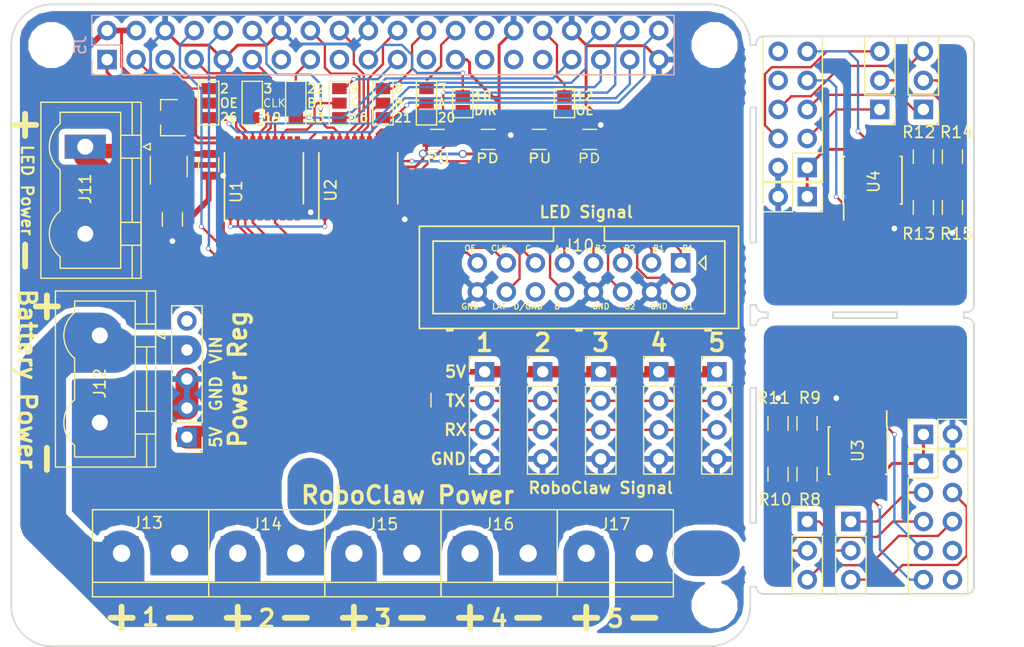
<source format=kicad_pcb>
(kicad_pcb (version 4) (host pcbnew 4.0.7)
  (layers (0 F.Cu signal) (31 B.Cu signal) (34 B.Paste user) (35 F.Paste user) (36 B.SilkS user hide) (37 F.SilkS user) (38 B.Mask user hide) (39 F.Mask user) (44 Edge.Cuts user))
  (net 0 "")
  (net 1 +5V)
  (net 2 TX)
  (net 3 RX)
  (net 4 GND)
  (net 5 GPIO10_DIR)
  (net 6 "Net-(J5-Pad19)")
  (net 7 GPIO12_OE)
  (net 8 "Net-(J5-Pad32)")
  (net 9 +5VA)
  (net 10 VDD)
  (net 11 "Net-(J9-Pad5)")
  (net 12 "Net-(Q1-Pad1)")
  (net 13 "Net-(Q1-Pad4)")
  (net 14 +3V3)
  (net 15 LED_OE)
  (net 16 LED_CLK)
  (net 17 LED_LAT)
  (net 18 LED_R1)
  (net 19 LED_B1)
  (net 20 LED_C)
  (net 21 "Net-(U1-Pad8)")
  (net 22 "Net-(U1-Pad9)")
  (net 23 "Net-(U1-Pad11)")
  (net 24 "Net-(U1-Pad12)")
  (net 25 GPIO22)
  (net 26 GPIO17)
  (net 27 GPIO4)
  (net 28 LED_G1)
  (net 29 LED_R2)
  (net 30 LED_G2)
  (net 31 LED_B2)
  (net 32 LED_B)
  (net 33 LED_A)
  (net 34 "Net-(U2-Pad8)")
  (net 35 "Net-(U2-Pad9)")
  (net 36 "Net-(U2-Pad11)")
  (net 37 "Net-(U2-Pad12)")
  (net 38 GPIO7)
  (net 39 GPIO8)
  (net 40 GPIO25)
  (net 41 GPIO24)
  (net 42 GPIO23)
  (net 43 GPIO18)
  (net 44 "Net-(J5-Pad13)")
  (net 45 "Net-(J5-Pad17)")
  (net 46 "Net-(J5-Pad23)")
  (net 47 "Net-(J5-Pad27)")
  (net 48 "Net-(J5-Pad28)")
  (net 49 "Net-(J5-Pad29)")
  (net 50 "Net-(J5-Pad31)")
  (net 51 "Net-(J10-Pad12)")
  (net 52 +5F)
  (net 53 GNDA)
  (net 54 ENC1A_PWR_5V)
  (net 55 ENC1A_PWR_GND)
  (net 56 ENC2A_PWR_5V)
  (net 57 ENC2A_PWR_GND)
  (net 58 ENC1A_SIG_2V)
  (net 59 "Net-(J18-Pad8)")
  (net 60 ENC2A_SIG_2V)
  (net 61 "Net-(J18-Pad10)")
  (net 62 ENC1A_SIG_5V)
  (net 63 ENC2A_SIG_5V)
  (net 64 +5C)
  (net 65 GNDS)
  (net 66 ENC1B_PWR_5V)
  (net 67 ENC1B_PWR_GND)
  (net 68 ENC2B_PWR_5V)
  (net 69 ENC2B_PWR_GND)
  (net 70 ENC1B_SIG_2V)
  (net 71 "Net-(J21-Pad8)")
  (net 72 ENC2B_SIG_2V)
  (net 73 "Net-(J21-Pad10)")
  (net 74 ENC1B_SIG_5V)
  (net 75 ENC2B_SIG_5V)
  (net 76 "Net-(R8-Pad2)")
  (net 77 "Net-(R10-Pad2)")
  (net 78 "Net-(R12-Pad2)")
  (net 79 "Net-(R14-Pad2)")
  (net 80 GPIO2)
  (net 81 GPIO3)
  (net 82 GPIO9)
  (net 83 GPIO13)
  (net 84 GPIO19)
  (net 85 GPIO16)
  (net 86 GPIO26)
  (net 87 GPIO20)
  (net 88 GPIO21)
  (net 89 /GPIO26_OR_2)
  (net 90 /GPIO19_OR_3)
  (net 91 /GPIO13_OR_22)
  (net 92 /GPIO16_OR_9)
  (net 93 /GPIO21_OR_8)
  (net 94 /GPIO_20_OR_7)
  (module Connectors:GS3 (layer F.Cu) (at 106.68 24.13 180)
    (fp_text reference J29 hide)
    (fp_text value GS3)
    (pad 1 smd rect (at 0 -1.27 180) (size 1.27 0.97) (layers F.Cu F.Paste F.Mask) (net 85 GPIO16))
    (pad 2 smd rect (at 0 0 180) (size 1.27 0.97) (layers F.Cu F.Paste F.Mask) (net 92 /GPIO16_OR_9))
    (pad 3 smd rect (at 0 1.27 180) (size 1.27 0.97) (layers F.Cu F.Paste F.Mask) (net 82 GPIO9))
  )
  (module Connectors:GS3 (layer F.Cu) (at 95.25 24.13 180)
    (fp_text reference J26 hide)
    (fp_text value GS3)
    (pad 1 smd rect (at 0 -1.27 180) (size 1.27 0.97) (layers F.Cu F.Paste F.Mask) (net 86 GPIO26))
    (pad 2 smd rect (at 0 0 180) (size 1.27 0.97) (layers F.Cu F.Paste F.Mask) (net 89 /GPIO26_OR_2))
    (pad 3 smd rect (at 0 1.27 180) (size 1.27 0.97) (layers F.Cu F.Paste F.Mask) (net 80 GPIO2))
  )
  (module Connectors:GS3 (layer F.Cu) (at 99.06 24.13 180)
    (fp_text reference J27 hide)
    (fp_text value GS3)
    (pad 1 smd rect (at 0 -1.27 180) (size 1.27 0.97) (layers F.Cu F.Paste F.Mask) (net 84 GPIO19))
    (pad 2 smd rect (at 0 0 180) (size 1.27 0.97) (layers F.Cu F.Paste F.Mask) (net 90 /GPIO19_OR_3))
    (pad 3 smd rect (at 0 1.27 180) (size 1.27 0.97) (layers F.Cu F.Paste F.Mask) (net 81 GPIO3))
  )
  (module Connectors:GS3 (layer F.Cu) (at 102.87 24.13 180)
    (fp_text reference J28 hide)
    (fp_text value GS3)
    (pad 1 smd rect (at 0 -1.27 180) (size 1.27 0.97) (layers F.Cu F.Paste F.Mask) (net 83 GPIO13))
    (pad 2 smd rect (at 0 0 180) (size 1.27 0.97) (layers F.Cu F.Paste F.Mask) (net 91 /GPIO13_OR_22))
    (pad 3 smd rect (at 0 1.27 180) (size 1.27 0.97) (layers F.Cu F.Paste F.Mask) (net 25 GPIO22))
  )
  (module Connectors:GS3 (layer F.Cu) (at 110.49 24.13 180)
    (fp_text reference J30 hide)
    (fp_text value GS3)
    (pad 1 smd rect (at 0 -1.27 180) (size 1.27 0.97) (layers F.Cu F.Paste F.Mask) (net 88 GPIO21))
    (pad 2 smd rect (at 0 0 180) (size 1.27 0.97) (layers F.Cu F.Paste F.Mask) (net 93 /GPIO21_OR_8))
    (pad 3 smd rect (at 0 1.27 180) (size 1.27 0.97) (layers F.Cu F.Paste F.Mask) (net 39 GPIO8))
  )
  (module Connectors:GS3 (layer F.Cu) (at 114.3 24.13 180)
    (fp_text reference J31 hide)
    (fp_text value GS3)
    (pad 1 smd rect (at 0 -1.27 180) (size 1.27 0.97) (layers F.Cu F.Paste F.Mask) (net 87 GPIO20))
    (pad 2 smd rect (at 0 0 180) (size 1.27 0.97) (layers F.Cu F.Paste F.Mask) (net 94 /GPIO_20_OR_7))
    (pad 3 smd rect (at 0 1.27 180) (size 1.27 0.97) (layers F.Cu F.Paste F.Mask) (net 38 GPIO7))
  )
  (module PCB_Extras_BG:MouseBites (layer F.Cu) (at 142.875 48.26 90)
    (fp_text reference REF** hide)
    (fp_text value MouseBites hide)
    (pad "" np_thru_hole circle (at 4 0 90) (size 0.5 0.5) (drill 0.5) (layers *.Cu *.Mask))
    (pad "" np_thru_hole circle (at 3 0 90) (size 0.5 0.5) (drill 0.5) (layers *.Cu *.Mask))
    (pad "" np_thru_hole circle (at 2 0 90) (size 0.5 0.5) (drill 0.5) (layers *.Cu *.Mask))
    (pad "" np_thru_hole circle (at 1 0 90) (size 0.5 0.5) (drill 0.5) (layers *.Cu *.Mask))
    (pad "" np_thru_hole circle (at 0 0 90) (size 0.5 0.5) (drill 0.5) (layers *.Cu *.Mask))
  )
  (module PCB_Extras_BG:MouseBites (layer F.Cu) (at 142.875 65.738 90)
    (fp_text reference REF** hide)
    (fp_text value MouseBites hide)
    (pad "" np_thru_hole circle (at 4 0 90) (size 0.5 0.5) (drill 0.5) (layers *.Cu *.Mask))
    (pad "" np_thru_hole circle (at 3 0 90) (size 0.5 0.5) (drill 0.5) (layers *.Cu *.Mask))
    (pad "" np_thru_hole circle (at 2 0 90) (size 0.5 0.5) (drill 0.5) (layers *.Cu *.Mask))
    (pad "" np_thru_hole circle (at 1 0 90) (size 0.5 0.5) (drill 0.5) (layers *.Cu *.Mask))
    (pad "" np_thru_hole circle (at 0 0 90) (size 0.5 0.5) (drill 0.5) (layers *.Cu *.Mask))
  )
  (module PCB_Extras_BG:MouseBites (layer F.Cu) (at 149.05 42.672 180)
    (fp_text reference REF** hide)
    (fp_text value MouseBites hide)
    (pad "" np_thru_hole circle (at 4 0 180) (size 0.5 0.5) (drill 0.5) (layers *.Cu *.Mask))
    (pad "" np_thru_hole circle (at 3 0 180) (size 0.5 0.5) (drill 0.5) (layers *.Cu *.Mask))
    (pad "" np_thru_hole circle (at 2 0 180) (size 0.5 0.5) (drill 0.5) (layers *.Cu *.Mask))
    (pad "" np_thru_hole circle (at 1 0 180) (size 0.5 0.5) (drill 0.5) (layers *.Cu *.Mask))
    (pad "" np_thru_hole circle (at 0 0 180) (size 0.5 0.5) (drill 0.5) (layers *.Cu *.Mask))
  )
  (module PCB_Extras_BG:MouseBites (layer F.Cu) (at 160.353 42.672 180)
    (fp_text reference REF** hide)
    (fp_text value MouseBites hide)
    (pad "" np_thru_hole circle (at 4 0 180) (size 0.5 0.5) (drill 0.5) (layers *.Cu *.Mask))
    (pad "" np_thru_hole circle (at 3 0 180) (size 0.5 0.5) (drill 0.5) (layers *.Cu *.Mask))
    (pad "" np_thru_hole circle (at 2 0 180) (size 0.5 0.5) (drill 0.5) (layers *.Cu *.Mask))
    (pad "" np_thru_hole circle (at 1 0 180) (size 0.5 0.5) (drill 0.5) (layers *.Cu *.Mask))
    (pad "" np_thru_hole circle (at 0 0 180) (size 0.5 0.5) (drill 0.5) (layers *.Cu *.Mask))
  )
  (module PCB_Extras_BG:MouseBites (layer F.Cu) (at 142.875 41.227 90)
    (fp_text reference REF** hide)
    (fp_text value MouseBites hide)
    (pad "" np_thru_hole circle (at 4 0 90) (size 0.5 0.5) (drill 0.5) (layers *.Cu *.Mask))
    (pad "" np_thru_hole circle (at 3 0 90) (size 0.5 0.5) (drill 0.5) (layers *.Cu *.Mask))
    (pad "" np_thru_hole circle (at 2 0 90) (size 0.5 0.5) (drill 0.5) (layers *.Cu *.Mask))
    (pad "" np_thru_hole circle (at 1 0 90) (size 0.5 0.5) (drill 0.5) (layers *.Cu *.Mask))
    (pad "" np_thru_hole circle (at 0 0 90) (size 0.5 0.5) (drill 0.5) (layers *.Cu *.Mask))
  )
  (module Connectors_Multicomp:Multicomp_MC9A12-1634_2x08x2.54mm_Straight (layer F.Cu) (at 136.525 38.1 180)
    (fp_text reference J10 (at 8.89 1.524 180) (layer F.SilkS))
    (fp_text value Conn_02x08_IDC)
    (pad 1 thru_hole rect (at 0 0 180) (size 1.7 1.7) (drill 1) (layers *.Cu *.Mask) (net 18 LED_R1))
    (pad 2 thru_hole circle (at 0 -2.54 180) (size 1.7 1.7) (drill 1) (layers *.Cu *.Mask) (net 28 LED_G1))
    (pad 3 thru_hole circle (at 2.54 0 180) (size 1.7 1.7) (drill 1) (layers *.Cu *.Mask) (net 19 LED_B1))
    (pad 4 thru_hole circle (at 2.54 -2.54 180) (size 1.7 1.7) (drill 1) (layers *.Cu *.Mask) (net 4 GND))
    (pad 5 thru_hole circle (at 5.08 0 180) (size 1.7 1.7) (drill 1) (layers *.Cu *.Mask) (net 29 LED_R2))
    (pad 6 thru_hole circle (at 5.08 -2.54 180) (size 1.7 1.7) (drill 1) (layers *.Cu *.Mask) (net 30 LED_G2))
    (pad 7 thru_hole circle (at 7.62 0 180) (size 1.7 1.7) (drill 1) (layers *.Cu *.Mask) (net 31 LED_B2))
    (pad 8 thru_hole circle (at 7.62 -2.54 180) (size 1.7 1.7) (drill 1) (layers *.Cu *.Mask) (net 4 GND))
    (pad 9 thru_hole circle (at 10.16 0 180) (size 1.7 1.7) (drill 1) (layers *.Cu *.Mask) (net 33 LED_A))
    (pad 10 thru_hole circle (at 10.16 -2.54 180) (size 1.7 1.7) (drill 1) (layers *.Cu *.Mask) (net 32 LED_B))
    (pad 11 thru_hole circle (at 12.7 0 180) (size 1.7 1.7) (drill 1) (layers *.Cu *.Mask) (net 20 LED_C))
    (pad 12 thru_hole circle (at 12.7 -2.54 180) (size 1.7 1.7) (drill 1) (layers *.Cu *.Mask) (net 51 "Net-(J10-Pad12)"))
    (pad 13 thru_hole circle (at 15.24 0 180) (size 1.7 1.7) (drill 1) (layers *.Cu *.Mask) (net 16 LED_CLK))
    (pad 14 thru_hole circle (at 15.24 -2.54 180) (size 1.7 1.7) (drill 1) (layers *.Cu *.Mask) (net 17 LED_LAT))
    (pad 15 thru_hole circle (at 17.78 0 180) (size 1.7 1.7) (drill 1) (layers *.Cu *.Mask) (net 15 LED_OE))
    (pad 16 thru_hole circle (at 17.78 -2.54 180) (size 1.7 1.7) (drill 1) (layers *.Cu *.Mask) (net 4 GND))
  )
  (module Pin_Headers:Pin_Header_Straight_1x04_Pitch2.54mm (layer F.Cu) (at 119.38 47.625)
    (fp_text reference J2 hide)
    (fp_text value Conn_01x04_Male)
    (pad 1 thru_hole rect (at 0 0) (size 1.7 1.7) (drill 1) (layers *.Cu *.Mask) (net 1 +5V))
    (pad 2 thru_hole oval (at 0 2.54) (size 1.7 1.7) (drill 1) (layers *.Cu *.Mask) (net 2 TX))
    (pad 3 thru_hole oval (at 0 5.08) (size 1.7 1.7) (drill 1) (layers *.Cu *.Mask) (net 3 RX))
    (pad 4 thru_hole oval (at 0 7.62) (size 1.7 1.7) (drill 1) (layers *.Cu *.Mask) (net 4 GND))
  )
  (module Pin_Headers:Pin_Header_Straight_1x04_Pitch2.54mm (layer F.Cu) (at 124.46 47.625)
    (fp_text reference J3 hide)
    (fp_text value Conn_01x04_Male)
    (pad 1 thru_hole rect (at 0 0) (size 1.7 1.7) (drill 1) (layers *.Cu *.Mask) (net 1 +5V))
    (pad 2 thru_hole oval (at 0 2.54) (size 1.7 1.7) (drill 1) (layers *.Cu *.Mask) (net 2 TX))
    (pad 3 thru_hole oval (at 0 5.08) (size 1.7 1.7) (drill 1) (layers *.Cu *.Mask) (net 3 RX))
    (pad 4 thru_hole oval (at 0 7.62) (size 1.7 1.7) (drill 1) (layers *.Cu *.Mask) (net 4 GND))
  )
  (module Pin_Headers:Pin_Header_Straight_1x04_Pitch2.54mm (layer F.Cu) (at 129.54 47.625)
    (fp_text reference J8 hide)
    (fp_text value Conn_01x04_Male)
    (pad 1 thru_hole rect (at 0 0) (size 1.7 1.7) (drill 1) (layers *.Cu *.Mask) (net 1 +5V))
    (pad 2 thru_hole oval (at 0 2.54) (size 1.7 1.7) (drill 1) (layers *.Cu *.Mask) (net 2 TX))
    (pad 3 thru_hole oval (at 0 5.08) (size 1.7 1.7) (drill 1) (layers *.Cu *.Mask) (net 3 RX))
    (pad 4 thru_hole oval (at 0 7.62) (size 1.7 1.7) (drill 1) (layers *.Cu *.Mask) (net 4 GND))
  )
  (module Pin_Headers:Pin_Header_Straight_1x05_Pitch2.54mm (layer F.Cu) (at 93.345 53.34 180)
    (fp_text reference J9 hide)
    (fp_text value "Voltage Reg")
    (pad 1 thru_hole rect (at 0 0 180) (size 1.7 1.7) (drill 1) (layers *.Cu *.Mask) (net 9 +5VA))
    (pad 2 thru_hole oval (at 0 2.54 180) (size 1.7 1.7) (drill 1) (layers *.Cu *.Mask) (net 4 GND))
    (pad 3 thru_hole oval (at 0 5.08 180) (size 1.7 1.7) (drill 1) (layers *.Cu *.Mask) (net 4 GND))
    (pad 4 thru_hole oval (at 0 7.62 180) (size 1.7 1.7) (drill 1) (layers *.Cu *.Mask) (net 10 VDD))
    (pad 5 thru_hole oval (at 0 10.16 180) (size 1.7 1.7) (drill 1) (layers *.Cu *.Mask) (net 11 "Net-(J9-Pad5)"))
  )
  (module Pin_Headers:Pin_Header_Straight_1x04_Pitch2.54mm (layer F.Cu) (at 139.7 47.625)
    (fp_text reference J1 hide)
    (fp_text value Conn_01x04_Male)
    (pad 1 thru_hole rect (at 0 0) (size 1.7 1.7) (drill 1) (layers *.Cu *.Mask) (net 1 +5V))
    (pad 2 thru_hole oval (at 0 2.54) (size 1.7 1.7) (drill 1) (layers *.Cu *.Mask) (net 2 TX))
    (pad 3 thru_hole oval (at 0 5.08) (size 1.7 1.7) (drill 1) (layers *.Cu *.Mask) (net 3 RX))
    (pad 4 thru_hole oval (at 0 7.62) (size 1.7 1.7) (drill 1) (layers *.Cu *.Mask) (net 4 GND))
  )
  (module Pin_Headers:Pin_Header_Straight_1x04_Pitch2.54mm (layer F.Cu) (at 134.62 47.625)
    (fp_text reference J4 hide)
    (fp_text value Conn_01x04_Male)
    (pad 1 thru_hole rect (at 0 0) (size 1.7 1.7) (drill 1) (layers *.Cu *.Mask) (net 1 +5V))
    (pad 2 thru_hole oval (at 0 2.54) (size 1.7 1.7) (drill 1) (layers *.Cu *.Mask) (net 2 TX))
    (pad 3 thru_hole oval (at 0 5.08) (size 1.7 1.7) (drill 1) (layers *.Cu *.Mask) (net 3 RX))
    (pad 4 thru_hole oval (at 0 7.62) (size 1.7 1.7) (drill 1) (layers *.Cu *.Mask) (net 4 GND))
  )
  (module Connectors:GS2 (layer F.Cu) (at 117.475 24.135 180)
    (fp_text reference J6 hide)
    (fp_text value GS2)
    (pad 1 smd rect (at 0 -0.64 180) (size 1.27 0.97) (layers F.Cu F.Paste F.Mask) (net 5 GPIO10_DIR))
    (pad 2 smd rect (at 0 0.64 180) (size 1.27 0.97) (layers F.Cu F.Paste F.Mask) (net 6 "Net-(J5-Pad19)"))
  )
  (module Connectors:GS2 (layer F.Cu) (at 126.365 24.13 180)
    (fp_text reference J7 hide)
    (fp_text value GS2)
    (pad 1 smd rect (at 0 -0.64 180) (size 1.27 0.97) (layers F.Cu F.Paste F.Mask) (net 7 GPIO12_OE))
    (pad 2 smd rect (at 0 0.64 180) (size 1.27 0.97) (layers F.Cu F.Paste F.Mask) (net 8 "Net-(J5-Pad32)"))
  )
  (module TO_SOT_Packages_SMD:SOT-23-6 (layer F.Cu) (at 91.755 29.675 90)
    (fp_text reference Q1 hide)
    (fp_text value DMMT5401)
    (pad 1 smd rect (at -1.1 -0.95 90) (size 1.06 0.65) (layers F.Cu F.Paste F.Mask) (net 12 "Net-(Q1-Pad1)"))
    (pad 2 smd rect (at -1.1 0 90) (size 1.06 0.65) (layers F.Cu F.Paste F.Mask) (net 12 "Net-(Q1-Pad1)"))
    (pad 3 smd rect (at -1.1 0.95 90) (size 1.06 0.65) (layers F.Cu F.Paste F.Mask) (net 12 "Net-(Q1-Pad1)"))
    (pad 4 smd rect (at 1.1 0.95 90) (size 1.06 0.65) (layers F.Cu F.Paste F.Mask) (net 13 "Net-(Q1-Pad4)"))
    (pad 6 smd rect (at 1.1 -0.95 90) (size 1.06 0.65) (layers F.Cu F.Paste F.Mask) (net 9 +5VA))
    (pad 5 smd rect (at 1.1 0 90) (size 1.06 0.65) (layers F.Cu F.Paste F.Mask) (net 1 +5V))
  )
  (module TO_SOT_Packages_SMD:SOT-23 (layer F.Cu) (at 91.805 25.4 180)
    (fp_text reference Q2 hide)
    (fp_text value Q_PMOS_GSD)
    (pad 1 smd rect (at -1 -0.95 180) (size 0.9 0.8) (layers F.Cu F.Paste F.Mask) (net 13 "Net-(Q1-Pad4)"))
    (pad 2 smd rect (at -1 0.95 180) (size 0.9 0.8) (layers F.Cu F.Paste F.Mask) (net 1 +5V))
    (pad 3 smd rect (at 1 0 180) (size 0.9 0.8) (layers F.Cu F.Paste F.Mask) (net 9 +5VA))
  )
  (module Resistors_SMD:R_0805 (layer F.Cu) (at 115.57 50.104 90)
    (fp_text reference R1 hide)
    (fp_text value 4.7k)
    (pad 1 smd rect (at -0.95 0 90) (size 0.7 1.3) (layers F.Cu F.Paste F.Mask) (net 3 RX))
    (pad 2 smd rect (at 0.95 0 90) (size 0.7 1.3) (layers F.Cu F.Paste F.Mask) (net 1 +5V))
  )
  (module Resistors_SMD:R_0805 (layer F.Cu) (at 115.25 27.305)
    (fp_text reference R2 hide)
    (fp_text value 4.7k)
    (pad 1 smd rect (at -0.95 0) (size 0.7 1.3) (layers F.Cu F.Paste F.Mask) (net 14 +3V3))
    (pad 2 smd rect (at 0.95 0) (size 0.7 1.3) (layers F.Cu F.Paste F.Mask) (net 5 GPIO10_DIR))
  )
  (module Resistors_SMD:R_0805 (layer F.Cu) (at 119.695 27.305)
    (fp_text reference R3 hide)
    (fp_text value 4.7k)
    (pad 1 smd rect (at -0.95 0) (size 0.7 1.3) (layers F.Cu F.Paste F.Mask) (net 5 GPIO10_DIR))
    (pad 2 smd rect (at 0.95 0) (size 0.7 1.3) (layers F.Cu F.Paste F.Mask) (net 4 GND))
  )
  (module Resistors_SMD:R_0805 (layer F.Cu) (at 124.145 27.305)
    (fp_text reference R4 hide)
    (fp_text value 4.7k)
    (pad 1 smd rect (at -0.95 0) (size 0.7 1.3) (layers F.Cu F.Paste F.Mask) (net 14 +3V3))
    (pad 2 smd rect (at 0.95 0) (size 0.7 1.3) (layers F.Cu F.Paste F.Mask) (net 7 GPIO12_OE))
  )
  (module Resistors_SMD:R_0805 (layer F.Cu) (at 128.585 27.305)
    (fp_text reference R5 hide)
    (fp_text value 4.7k)
    (pad 1 smd rect (at -0.95 0) (size 0.7 1.3) (layers F.Cu F.Paste F.Mask) (net 7 GPIO12_OE))
    (pad 2 smd rect (at 0.95 0) (size 0.7 1.3) (layers F.Cu F.Paste F.Mask) (net 4 GND))
  )
  (module Resistors_SMD:R_0805 (layer F.Cu) (at 92.075 34.29 270)
    (fp_text reference R6 hide)
    (fp_text value 10k)
    (pad 1 smd rect (at -0.95 0 270) (size 0.7 1.3) (layers F.Cu F.Paste F.Mask) (net 12 "Net-(Q1-Pad1)"))
    (pad 2 smd rect (at 0.95 0 270) (size 0.7 1.3) (layers F.Cu F.Paste F.Mask) (net 4 GND))
  )
  (module Resistors_SMD:R_0805 (layer F.Cu) (at 95.25 29.525 270)
    (fp_text reference R7 hide)
    (fp_text value 47k)
    (pad 1 smd rect (at -0.95 0 270) (size 0.7 1.3) (layers F.Cu F.Paste F.Mask) (net 13 "Net-(Q1-Pad4)"))
    (pad 2 smd rect (at 0.95 0 270) (size 0.7 1.3) (layers F.Cu F.Paste F.Mask) (net 4 GND))
  )
  (module Housings_SSOP:TSSOP-20_4.4x6.5mm_Pitch0.65mm (layer F.Cu) (at 100.08 30.705 90)
    (fp_text reference U1 (at -1.172 -2.417 90) (layer F.SilkS))
    (fp_text value 74HCT245)
    (pad 1 smd rect (at -2.95 -2.925 90) (size 1.45 0.45) (layers F.Cu F.Paste F.Mask) (net 5 GPIO10_DIR))
    (pad 2 smd rect (at -2.95 -2.275 90) (size 1.45 0.45) (layers F.Cu F.Paste F.Mask) (net 15 LED_OE))
    (pad 3 smd rect (at -2.95 -1.625 90) (size 1.45 0.45) (layers F.Cu F.Paste F.Mask) (net 16 LED_CLK))
    (pad 4 smd rect (at -2.95 -0.975 90) (size 1.45 0.45) (layers F.Cu F.Paste F.Mask) (net 17 LED_LAT))
    (pad 5 smd rect (at -2.95 -0.325 90) (size 1.45 0.45) (layers F.Cu F.Paste F.Mask) (net 18 LED_R1))
    (pad 6 smd rect (at -2.95 0.325 90) (size 1.45 0.45) (layers F.Cu F.Paste F.Mask) (net 19 LED_B1))
    (pad 7 smd rect (at -2.95 0.975 90) (size 1.45 0.45) (layers F.Cu F.Paste F.Mask) (net 20 LED_C))
    (pad 8 smd rect (at -2.95 1.625 90) (size 1.45 0.45) (layers F.Cu F.Paste F.Mask) (net 21 "Net-(U1-Pad8)"))
    (pad 9 smd rect (at -2.95 2.275 90) (size 1.45 0.45) (layers F.Cu F.Paste F.Mask) (net 22 "Net-(U1-Pad9)"))
    (pad 10 smd rect (at -2.95 2.925 90) (size 1.45 0.45) (layers F.Cu F.Paste F.Mask) (net 4 GND))
    (pad 11 smd rect (at 2.95 2.925 90) (size 1.45 0.45) (layers F.Cu F.Paste F.Mask) (net 23 "Net-(U1-Pad11)"))
    (pad 12 smd rect (at 2.95 2.275 90) (size 1.45 0.45) (layers F.Cu F.Paste F.Mask) (net 24 "Net-(U1-Pad12)"))
    (pad 13 smd rect (at 2.95 1.625 90) (size 1.45 0.45) (layers F.Cu F.Paste F.Mask) (net 92 /GPIO16_OR_9))
    (pad 14 smd rect (at 2.95 0.975 90) (size 1.45 0.45) (layers F.Cu F.Paste F.Mask) (net 91 /GPIO13_OR_22))
    (pad 15 smd rect (at 2.95 0.325 90) (size 1.45 0.45) (layers F.Cu F.Paste F.Mask) (net 26 GPIO17))
    (pad 16 smd rect (at 2.95 -0.325 90) (size 1.45 0.45) (layers F.Cu F.Paste F.Mask) (net 27 GPIO4))
    (pad 17 smd rect (at 2.95 -0.975 90) (size 1.45 0.45) (layers F.Cu F.Paste F.Mask) (net 90 /GPIO19_OR_3))
    (pad 18 smd rect (at 2.95 -1.625 90) (size 1.45 0.45) (layers F.Cu F.Paste F.Mask) (net 89 /GPIO26_OR_2))
    (pad 19 smd rect (at 2.95 -2.275 90) (size 1.45 0.45) (layers F.Cu F.Paste F.Mask) (net 7 GPIO12_OE))
    (pad 20 smd rect (at 2.95 -2.925 90) (size 1.45 0.45) (layers F.Cu F.Paste F.Mask) (net 1 +5V))
  )
  (module Housings_SSOP:TSSOP-20_4.4x6.5mm_Pitch0.65mm (layer F.Cu) (at 108.335 30.705 90)
    (fp_text reference U2 (at -1.045 -2.417 90) (layer F.SilkS))
    (fp_text value 74HCT245)
    (pad 1 smd rect (at -2.95 -2.925 90) (size 1.45 0.45) (layers F.Cu F.Paste F.Mask) (net 5 GPIO10_DIR))
    (pad 2 smd rect (at -2.95 -2.275 90) (size 1.45 0.45) (layers F.Cu F.Paste F.Mask) (net 28 LED_G1))
    (pad 3 smd rect (at -2.95 -1.625 90) (size 1.45 0.45) (layers F.Cu F.Paste F.Mask) (net 29 LED_R2))
    (pad 4 smd rect (at -2.95 -0.975 90) (size 1.45 0.45) (layers F.Cu F.Paste F.Mask) (net 30 LED_G2))
    (pad 5 smd rect (at -2.95 -0.325 90) (size 1.45 0.45) (layers F.Cu F.Paste F.Mask) (net 31 LED_B2))
    (pad 6 smd rect (at -2.95 0.325 90) (size 1.45 0.45) (layers F.Cu F.Paste F.Mask) (net 32 LED_B))
    (pad 7 smd rect (at -2.95 0.975 90) (size 1.45 0.45) (layers F.Cu F.Paste F.Mask) (net 33 LED_A))
    (pad 8 smd rect (at -2.95 1.625 90) (size 1.45 0.45) (layers F.Cu F.Paste F.Mask) (net 34 "Net-(U2-Pad8)"))
    (pad 9 smd rect (at -2.95 2.275 90) (size 1.45 0.45) (layers F.Cu F.Paste F.Mask) (net 35 "Net-(U2-Pad9)"))
    (pad 10 smd rect (at -2.95 2.925 90) (size 1.45 0.45) (layers F.Cu F.Paste F.Mask) (net 4 GND))
    (pad 11 smd rect (at 2.95 2.925 90) (size 1.45 0.45) (layers F.Cu F.Paste F.Mask) (net 36 "Net-(U2-Pad11)"))
    (pad 12 smd rect (at 2.95 2.275 90) (size 1.45 0.45) (layers F.Cu F.Paste F.Mask) (net 37 "Net-(U2-Pad12)"))
    (pad 13 smd rect (at 2.95 1.625 90) (size 1.45 0.45) (layers F.Cu F.Paste F.Mask) (net 94 /GPIO_20_OR_7))
    (pad 14 smd rect (at 2.95 0.975 90) (size 1.45 0.45) (layers F.Cu F.Paste F.Mask) (net 93 /GPIO21_OR_8))
    (pad 15 smd rect (at 2.95 0.325 90) (size 1.45 0.45) (layers F.Cu F.Paste F.Mask) (net 40 GPIO25))
    (pad 16 smd rect (at 2.95 -0.325 90) (size 1.45 0.45) (layers F.Cu F.Paste F.Mask) (net 41 GPIO24))
    (pad 17 smd rect (at 2.95 -0.975 90) (size 1.45 0.45) (layers F.Cu F.Paste F.Mask) (net 42 GPIO23))
    (pad 18 smd rect (at 2.95 -1.625 90) (size 1.45 0.45) (layers F.Cu F.Paste F.Mask) (net 43 GPIO18))
    (pad 19 smd rect (at 2.95 -2.275 90) (size 1.45 0.45) (layers F.Cu F.Paste F.Mask) (net 7 GPIO12_OE))
    (pad 20 smd rect (at 2.95 -2.925 90) (size 1.45 0.45) (layers F.Cu F.Paste F.Mask) (net 1 +5V))
  )
  (module Connectors_BG:Socket_Strip_Straight_Raspberry_Pi_2_3 (layer B.Cu) (at 86.36 20.32 270)
    (fp_text reference J5 (at -1.27 2.33 270) (layer B.SilkS) (effects (justify mirror)))
    (fp_text value Raspberry_Pi_2_3)
    (pad 1 thru_hole rect (at 0 0 270) (size 1.7 1.7) (drill 1) (layers *.Cu *.Mask) (net 14 +3V3))
    (pad 2 thru_hole oval (at -2.54 0 270) (size 1.7 1.7) (drill 1) (layers *.Cu *.Mask) (net 1 +5V))
    (pad 3 thru_hole oval (at 0 -2.54 270) (size 1.7 1.7) (drill 1) (layers *.Cu *.Mask) (net 80 GPIO2))
    (pad 4 thru_hole oval (at -2.54 -2.54 270) (size 1.7 1.7) (drill 1) (layers *.Cu *.Mask) (net 1 +5V))
    (pad 5 thru_hole oval (at 0 -5.08 270) (size 1.7 1.7) (drill 1) (layers *.Cu *.Mask) (net 81 GPIO3))
    (pad 6 thru_hole oval (at -2.54 -5.08 270) (size 1.7 1.7) (drill 1) (layers *.Cu *.Mask) (net 4 GND))
    (pad 7 thru_hole oval (at 0 -7.62 270) (size 1.7 1.7) (drill 1) (layers *.Cu *.Mask) (net 27 GPIO4))
    (pad 8 thru_hole oval (at -2.54 -7.62 270) (size 1.7 1.7) (drill 1) (layers *.Cu *.Mask) (net 2 TX))
    (pad 9 thru_hole oval (at 0 -10.16 270) (size 1.7 1.7) (drill 1) (layers *.Cu *.Mask) (net 4 GND))
    (pad 10 thru_hole oval (at -2.54 -10.16 270) (size 1.7 1.7) (drill 1) (layers *.Cu *.Mask) (net 3 RX))
    (pad 11 thru_hole oval (at 0 -12.7 270) (size 1.7 1.7) (drill 1) (layers *.Cu *.Mask) (net 26 GPIO17))
    (pad 12 thru_hole oval (at -2.54 -12.7 270) (size 1.7 1.7) (drill 1) (layers *.Cu *.Mask) (net 43 GPIO18))
    (pad 13 thru_hole oval (at 0 -15.24 270) (size 1.7 1.7) (drill 1) (layers *.Cu *.Mask) (net 44 "Net-(J5-Pad13)"))
    (pad 14 thru_hole oval (at -2.54 -15.24 270) (size 1.7 1.7) (drill 1) (layers *.Cu *.Mask) (net 4 GND))
    (pad 15 thru_hole oval (at 0 -17.78 270) (size 1.7 1.7) (drill 1) (layers *.Cu *.Mask) (net 25 GPIO22))
    (pad 16 thru_hole oval (at -2.54 -17.78 270) (size 1.7 1.7) (drill 1) (layers *.Cu *.Mask) (net 42 GPIO23))
    (pad 17 thru_hole oval (at 0 -20.32 270) (size 1.7 1.7) (drill 1) (layers *.Cu *.Mask) (net 45 "Net-(J5-Pad17)"))
    (pad 18 thru_hole oval (at -2.54 -20.32 270) (size 1.7 1.7) (drill 1) (layers *.Cu *.Mask) (net 41 GPIO24))
    (pad 19 thru_hole oval (at 0 -22.86 270) (size 1.7 1.7) (drill 1) (layers *.Cu *.Mask) (net 6 "Net-(J5-Pad19)"))
    (pad 20 thru_hole oval (at -2.54 -22.86 270) (size 1.7 1.7) (drill 1) (layers *.Cu *.Mask) (net 4 GND))
    (pad 21 thru_hole oval (at 0 -25.4 270) (size 1.7 1.7) (drill 1) (layers *.Cu *.Mask) (net 82 GPIO9))
    (pad 22 thru_hole oval (at -2.54 -25.4 270) (size 1.7 1.7) (drill 1) (layers *.Cu *.Mask) (net 40 GPIO25))
    (pad 23 thru_hole oval (at 0 -27.94 270) (size 1.7 1.7) (drill 1) (layers *.Cu *.Mask) (net 46 "Net-(J5-Pad23)"))
    (pad 24 thru_hole oval (at -2.54 -27.94 270) (size 1.7 1.7) (drill 1) (layers *.Cu *.Mask) (net 39 GPIO8))
    (pad 25 thru_hole oval (at 0 -30.48 270) (size 1.7 1.7) (drill 1) (layers *.Cu *.Mask) (net 4 GND))
    (pad 26 thru_hole oval (at -2.54 -30.48 270) (size 1.7 1.7) (drill 1) (layers *.Cu *.Mask) (net 38 GPIO7))
    (pad 27 thru_hole oval (at 0 -33.02 270) (size 1.7 1.7) (drill 1) (layers *.Cu *.Mask) (net 47 "Net-(J5-Pad27)"))
    (pad 28 thru_hole oval (at -2.54 -33.02 270) (size 1.7 1.7) (drill 1) (layers *.Cu *.Mask) (net 48 "Net-(J5-Pad28)"))
    (pad 29 thru_hole oval (at 0 -35.56 270) (size 1.7 1.7) (drill 1) (layers *.Cu *.Mask) (net 49 "Net-(J5-Pad29)"))
    (pad 30 thru_hole oval (at -2.54 -35.56 270) (size 1.7 1.7) (drill 1) (layers *.Cu *.Mask) (net 4 GND))
    (pad 31 thru_hole oval (at 0 -38.1 270) (size 1.7 1.7) (drill 1) (layers *.Cu *.Mask) (net 50 "Net-(J5-Pad31)"))
    (pad 32 thru_hole oval (at -2.54 -38.1 270) (size 1.7 1.7) (drill 1) (layers *.Cu *.Mask) (net 8 "Net-(J5-Pad32)"))
    (pad 33 thru_hole oval (at 0 -40.64 270) (size 1.7 1.7) (drill 1) (layers *.Cu *.Mask) (net 83 GPIO13))
    (pad 34 thru_hole oval (at -2.54 -40.64 270) (size 1.7 1.7) (drill 1) (layers *.Cu *.Mask) (net 4 GND))
    (pad 35 thru_hole oval (at 0 -43.18 270) (size 1.7 1.7) (drill 1) (layers *.Cu *.Mask) (net 84 GPIO19))
    (pad 36 thru_hole oval (at -2.54 -43.18 270) (size 1.7 1.7) (drill 1) (layers *.Cu *.Mask) (net 85 GPIO16))
    (pad 37 thru_hole oval (at 0 -45.72 270) (size 1.7 1.7) (drill 1) (layers *.Cu *.Mask) (net 86 GPIO26))
    (pad 38 thru_hole oval (at -2.54 -45.72 270) (size 1.7 1.7) (drill 1) (layers *.Cu *.Mask) (net 87 GPIO20))
    (pad 39 thru_hole oval (at 0 -48.26 270) (size 1.7 1.7) (drill 1) (layers *.Cu *.Mask) (net 4 GND))
    (pad 40 thru_hole oval (at -2.54 -48.26 270) (size 1.7 1.7) (drill 1) (layers *.Cu *.Mask) (net 88 GPIO21))
    (pad "" np_thru_hole circle (at -1.27 -53.13 270) (size 3 3) (drill 3) (layers *.Cu *.Mask))
    (pad "" np_thru_hole circle (at -1.27 4.87 270) (size 3 3) (drill 3) (layers *.Cu *.Mask))
    (pad "" np_thru_hole circle (at 47.73 4.87 270) (size 3 3) (drill 3) (layers *.Cu *.Mask))
    (pad "" np_thru_hole circle (at 47.73 -53.13 270) (size 3 3) (drill 3) (layers *.Cu *.Mask))
  )
  (module Connectors_Phoenix:PhoenixContact_GMSTBVA-G_02x7.62mm_Vertical (layer F.Cu) (at 85.725 44.45 270)
    (fp_text reference J12 (at 4.191 0 270) (layer F.SilkS))
    (fp_text value "Pwr In (14V)")
    (pad 1 thru_hole rect (at 0 0 270) (size 2.1 3.6) (drill 1.4) (layers *.Cu *.Mask) (net 10 VDD))
    (pad 2 thru_hole oval (at 7.62 0 270) (size 2.1 3.6) (drill 1.4) (layers *.Cu *.Mask) (net 4 GND))
  )
  (module Connectors_Terminal_Blocks:TerminalBlock_bornier-2_P5.08mm (layer F.Cu) (at 87.63 63.5)
    (fp_text reference J13 (at 2.286 -2.667) (layer F.SilkS))
    (fp_text value "RoboClaw1 (14V)")
    (pad 1 thru_hole rect (at 0 0) (size 3 3) (drill 1.52) (layers *.Cu *.Mask) (net 10 VDD))
    (pad 2 thru_hole circle (at 5.08 0) (size 3 3) (drill 1.52) (layers *.Cu *.Mask) (net 4 GND))
  )
  (module Connectors_Terminal_Blocks:TerminalBlock_bornier-2_P5.08mm (layer F.Cu) (at 97.79 63.5)
    (fp_text reference J14 (at 2.54 -2.54) (layer F.SilkS))
    (fp_text value "RoboClaw2 (14V)")
    (pad 1 thru_hole rect (at 0 0) (size 3 3) (drill 1.52) (layers *.Cu *.Mask) (net 10 VDD))
    (pad 2 thru_hole circle (at 5.08 0) (size 3 3) (drill 1.52) (layers *.Cu *.Mask) (net 4 GND))
  )
  (module Connectors_Terminal_Blocks:TerminalBlock_bornier-2_P5.08mm (layer F.Cu) (at 107.95 63.5)
    (fp_text reference J15 (at 2.54 -2.54) (layer F.SilkS))
    (fp_text value "RoboClaw3 (14V)")
    (pad 1 thru_hole rect (at 0 0) (size 3 3) (drill 1.52) (layers *.Cu *.Mask) (net 10 VDD))
    (pad 2 thru_hole circle (at 5.08 0) (size 3 3) (drill 1.52) (layers *.Cu *.Mask) (net 4 GND))
  )
  (module Connectors_Terminal_Blocks:TerminalBlock_bornier-2_P5.08mm (layer F.Cu) (at 118.11 63.5)
    (fp_text reference J16 (at 2.54 -2.54) (layer F.SilkS))
    (fp_text value "RoboClaw4 (14V)")
    (pad 1 thru_hole rect (at 0 0) (size 3 3) (drill 1.52) (layers *.Cu *.Mask) (net 10 VDD))
    (pad 2 thru_hole circle (at 5.08 0) (size 3 3) (drill 1.52) (layers *.Cu *.Mask) (net 4 GND))
  )
  (module Connectors_Terminal_Blocks:TerminalBlock_bornier-2_P5.08mm (layer F.Cu) (at 128.27 63.5)
    (fp_text reference J17 (at 2.54 -2.54) (layer F.SilkS))
    (fp_text value "RoboClaw5 (14V)")
    (pad 1 thru_hole rect (at 0 0) (size 3 3) (drill 1.52) (layers *.Cu *.Mask) (net 10 VDD))
    (pad 2 thru_hole circle (at 5.08 0) (size 3 3) (drill 1.52) (layers *.Cu *.Mask) (net 4 GND))
  )
  (module Pin_Headers:Pin_Header_Straight_2x05_Pitch2.54mm (layer F.Cu) (at 157.761521 55.644537)
    (fp_text reference J18 hide)
    (fp_text value RoboClawA_Socket)
    (pad 1 thru_hole rect (at 0 0) (size 1.7 1.7) (drill 1) (layers *.Cu *.Mask) (net 52 +5F))
    (pad 2 thru_hole oval (at 2.54 0) (size 1.7 1.7) (drill 1) (layers *.Cu *.Mask) (net 53 GNDA))
    (pad 3 thru_hole oval (at 0 2.54) (size 1.7 1.7) (drill 1) (layers *.Cu *.Mask) (net 54 ENC1A_PWR_5V))
    (pad 4 thru_hole oval (at 2.54 2.54) (size 1.7 1.7) (drill 1) (layers *.Cu *.Mask) (net 55 ENC1A_PWR_GND))
    (pad 5 thru_hole oval (at 0 5.08) (size 1.7 1.7) (drill 1) (layers *.Cu *.Mask) (net 56 ENC2A_PWR_5V))
    (pad 6 thru_hole oval (at 2.54 5.08) (size 1.7 1.7) (drill 1) (layers *.Cu *.Mask) (net 57 ENC2A_PWR_GND))
    (pad 7 thru_hole oval (at 0 7.62) (size 1.7 1.7) (drill 1) (layers *.Cu *.Mask) (net 58 ENC1A_SIG_2V))
    (pad 8 thru_hole oval (at 2.54 7.62) (size 1.7 1.7) (drill 1) (layers *.Cu *.Mask) (net 59 "Net-(J18-Pad8)"))
    (pad 9 thru_hole oval (at 0 10.16) (size 1.7 1.7) (drill 1) (layers *.Cu *.Mask) (net 60 ENC2A_SIG_2V))
    (pad 10 thru_hole oval (at 2.54 10.16) (size 1.7 1.7) (drill 1) (layers *.Cu *.Mask) (net 61 "Net-(J18-Pad10)"))
  )
  (module Pin_Headers:Pin_Header_Straight_1x03_Pitch2.54mm (layer F.Cu) (at 151.411521 60.724537)
    (fp_text reference J19 hide)
    (fp_text value Encoder1A_Header)
    (pad 1 thru_hole rect (at 0 0) (size 1.7 1.7) (drill 1) (layers *.Cu *.Mask) (net 54 ENC1A_PWR_5V))
    (pad 2 thru_hole oval (at 0 2.54) (size 1.7 1.7) (drill 1) (layers *.Cu *.Mask) (net 62 ENC1A_SIG_5V))
    (pad 3 thru_hole oval (at 0 5.08) (size 1.7 1.7) (drill 1) (layers *.Cu *.Mask) (net 55 ENC1A_PWR_GND))
  )
  (module Pin_Headers:Pin_Header_Straight_1x03_Pitch2.54mm (layer F.Cu) (at 147.601521 60.724537)
    (fp_text reference J20 hide)
    (fp_text value Encoder2A_Header)
    (pad 1 thru_hole rect (at 0 0) (size 1.7 1.7) (drill 1) (layers *.Cu *.Mask) (net 56 ENC2A_PWR_5V))
    (pad 2 thru_hole oval (at 0 2.54) (size 1.7 1.7) (drill 1) (layers *.Cu *.Mask) (net 63 ENC2A_SIG_5V))
    (pad 3 thru_hole oval (at 0 5.08) (size 1.7 1.7) (drill 1) (layers *.Cu *.Mask) (net 57 ENC2A_PWR_GND))
  )
  (module Pin_Headers:Pin_Header_Straight_2x05_Pitch2.54mm (layer F.Cu) (at 147.596947 29.762725 180)
    (fp_text reference J21 hide)
    (fp_text value RoboClawB_Socket)
    (pad 1 thru_hole rect (at 0 0 180) (size 1.7 1.7) (drill 1) (layers *.Cu *.Mask) (net 64 +5C))
    (pad 2 thru_hole oval (at 2.54 0 180) (size 1.7 1.7) (drill 1) (layers *.Cu *.Mask) (net 65 GNDS))
    (pad 3 thru_hole oval (at 0 2.54 180) (size 1.7 1.7) (drill 1) (layers *.Cu *.Mask) (net 66 ENC1B_PWR_5V))
    (pad 4 thru_hole oval (at 2.54 2.54 180) (size 1.7 1.7) (drill 1) (layers *.Cu *.Mask) (net 67 ENC1B_PWR_GND))
    (pad 5 thru_hole oval (at 0 5.08 180) (size 1.7 1.7) (drill 1) (layers *.Cu *.Mask) (net 68 ENC2B_PWR_5V))
    (pad 6 thru_hole oval (at 2.54 5.08 180) (size 1.7 1.7) (drill 1) (layers *.Cu *.Mask) (net 69 ENC2B_PWR_GND))
    (pad 7 thru_hole oval (at 0 7.62 180) (size 1.7 1.7) (drill 1) (layers *.Cu *.Mask) (net 70 ENC1B_SIG_2V))
    (pad 8 thru_hole oval (at 2.54 7.62 180) (size 1.7 1.7) (drill 1) (layers *.Cu *.Mask) (net 71 "Net-(J21-Pad8)"))
    (pad 9 thru_hole oval (at 0 10.16 180) (size 1.7 1.7) (drill 1) (layers *.Cu *.Mask) (net 72 ENC2B_SIG_2V))
    (pad 10 thru_hole oval (at 2.54 10.16 180) (size 1.7 1.7) (drill 1) (layers *.Cu *.Mask) (net 73 "Net-(J21-Pad10)"))
  )
  (module Pin_Headers:Pin_Header_Straight_1x03_Pitch2.54mm (layer F.Cu) (at 153.946947 24.682725 180)
    (fp_text reference J22 hide)
    (fp_text value Encoder1B_Header)
    (pad 1 thru_hole rect (at 0 0 180) (size 1.7 1.7) (drill 1) (layers *.Cu *.Mask) (net 66 ENC1B_PWR_5V))
    (pad 2 thru_hole oval (at 0 2.54 180) (size 1.7 1.7) (drill 1) (layers *.Cu *.Mask) (net 74 ENC1B_SIG_5V))
    (pad 3 thru_hole oval (at 0 5.08 180) (size 1.7 1.7) (drill 1) (layers *.Cu *.Mask) (net 67 ENC1B_PWR_GND))
  )
  (module Pin_Headers:Pin_Header_Straight_1x03_Pitch2.54mm (layer F.Cu) (at 157.756947 24.682725 180)
    (fp_text reference J23 hide)
    (fp_text value Encoder2B_Header)
    (pad 1 thru_hole rect (at 0 0 180) (size 1.7 1.7) (drill 1) (layers *.Cu *.Mask) (net 68 ENC2B_PWR_5V))
    (pad 2 thru_hole oval (at 0 2.54 180) (size 1.7 1.7) (drill 1) (layers *.Cu *.Mask) (net 75 ENC2B_SIG_5V))
    (pad 3 thru_hole oval (at 0 5.08 180) (size 1.7 1.7) (drill 1) (layers *.Cu *.Mask) (net 69 ENC2B_PWR_GND))
  )
  (module Pin_Headers:Pin_Header_Straight_2x01_Pitch2.54mm (layer F.Cu) (at 157.761521 53.104537)
    (fp_text reference J24 hide)
    (fp_text value Pwr_In_A)
    (pad 1 thru_hole rect (at 0 0) (size 1.7 1.7) (drill 1) (layers *.Cu *.Mask) (net 52 +5F))
    (pad 2 thru_hole oval (at 2.54 0) (size 1.7 1.7) (drill 1) (layers *.Cu *.Mask) (net 53 GNDA))
  )
  (module Pin_Headers:Pin_Header_Straight_2x01_Pitch2.54mm (layer F.Cu) (at 147.596947 32.302725 180)
    (fp_text reference J25 hide)
    (fp_text value Pwr_In_B)
    (pad 1 thru_hole rect (at 0 0 180) (size 1.7 1.7) (drill 1) (layers *.Cu *.Mask) (net 64 +5C))
    (pad 2 thru_hole oval (at 2.54 0 180) (size 1.7 1.7) (drill 1) (layers *.Cu *.Mask) (net 65 GNDS))
  )
  (module Resistors_SMD:R_0805 (layer F.Cu) (at 147.58426 56.586744 90)
    (fp_text reference R8 (at -2.214256 0.24374 180) (layer F.SilkS))
    (fp_text value 22k)
    (pad 1 smd rect (at -0.95 0 90) (size 0.7 1.3) (layers F.Cu F.Paste F.Mask) (net 62 ENC1A_SIG_5V))
    (pad 2 smd rect (at 0.95 0 90) (size 0.7 1.3) (layers F.Cu F.Paste F.Mask) (net 76 "Net-(R8-Pad2)"))
  )
  (module Resistors_SMD:R_0805 (layer F.Cu) (at 147.58426 52.146744 90)
    (fp_text reference R9 (at 2.235744 0.24374 180) (layer F.SilkS))
    (fp_text value 10k)
    (pad 1 smd rect (at -0.95 0 90) (size 0.7 1.3) (layers F.Cu F.Paste F.Mask) (net 76 "Net-(R8-Pad2)"))
    (pad 2 smd rect (at 0.95 0 90) (size 0.7 1.3) (layers F.Cu F.Paste F.Mask) (net 53 GNDA))
  )
  (module Resistors_SMD:R_0805 (layer F.Cu) (at 145.04426 56.586744 90)
    (fp_text reference R10 (at -2.214256 -0.26426 180) (layer F.SilkS))
    (fp_text value 22k)
    (pad 1 smd rect (at -0.95 0 90) (size 0.7 1.3) (layers F.Cu F.Paste F.Mask) (net 63 ENC2A_SIG_5V))
    (pad 2 smd rect (at 0.95 0 90) (size 0.7 1.3) (layers F.Cu F.Paste F.Mask) (net 77 "Net-(R10-Pad2)"))
  )
  (module Resistors_SMD:R_0805 (layer F.Cu) (at 145.04426 52.146744 90)
    (fp_text reference R11 (at 2.235744 -0.39126 180) (layer F.SilkS))
    (fp_text value 10k)
    (pad 1 smd rect (at -0.95 0 90) (size 0.7 1.3) (layers F.Cu F.Paste F.Mask) (net 77 "Net-(R10-Pad2)"))
    (pad 2 smd rect (at 0.95 0 90) (size 0.7 1.3) (layers F.Cu F.Paste F.Mask) (net 53 GNDA))
  )
  (module Resistors_SMD:R_0805 (layer F.Cu) (at 157.756947 28.807725 270)
    (fp_text reference R12 (at -2.137725 0.403947 360) (layer F.SilkS))
    (fp_text value 22k)
    (pad 1 smd rect (at -0.95 0 270) (size 0.7 1.3) (layers F.Cu F.Paste F.Mask) (net 74 ENC1B_SIG_5V))
    (pad 2 smd rect (at 0.95 0 270) (size 0.7 1.3) (layers F.Cu F.Paste F.Mask) (net 78 "Net-(R12-Pad2)"))
  )
  (module Resistors_SMD:R_0805 (layer F.Cu) (at 157.756947 33.257725 270)
    (fp_text reference R13 (at 2.302275 0.403947 360) (layer F.SilkS))
    (fp_text value 10k)
    (pad 1 smd rect (at -0.95 0 270) (size 0.7 1.3) (layers F.Cu F.Paste F.Mask) (net 78 "Net-(R12-Pad2)"))
    (pad 2 smd rect (at 0.95 0 270) (size 0.7 1.3) (layers F.Cu F.Paste F.Mask) (net 65 GNDS))
  )
  (module Resistors_SMD:R_0805 (layer F.Cu) (at 160.296947 28.812725 270)
    (fp_text reference R14 (at -2.142725 -0.358053 360) (layer F.SilkS))
    (fp_text value 22k)
    (pad 1 smd rect (at -0.95 0 270) (size 0.7 1.3) (layers F.Cu F.Paste F.Mask) (net 75 ENC2B_SIG_5V))
    (pad 2 smd rect (at 0.95 0 270) (size 0.7 1.3) (layers F.Cu F.Paste F.Mask) (net 79 "Net-(R14-Pad2)"))
  )
  (module Resistors_SMD:R_0805 (layer F.Cu) (at 160.296947 33.257725 270)
    (fp_text reference R15 (at 2.302275 -0.358053 360) (layer F.SilkS))
    (fp_text value 10k)
    (pad 1 smd rect (at -0.95 0 270) (size 0.7 1.3) (layers F.Cu F.Paste F.Mask) (net 79 "Net-(R14-Pad2)"))
    (pad 2 smd rect (at 0.95 0 270) (size 0.7 1.3) (layers F.Cu F.Paste F.Mask) (net 65 GNDS))
  )
  (module Housings_SOIC:SOIC-8_3.9x4.9mm_Pitch1.27mm (layer F.Cu) (at 152.02926 54.526744 270)
    (fp_text reference U3 (at 0 0.01026 270) (layer F.SilkS))
    (fp_text value LM358)
    (pad 1 smd rect (at -2.7 -1.905 270) (size 1.55 0.6) (layers F.Cu F.Paste F.Mask) (net 58 ENC1A_SIG_2V))
    (pad 2 smd rect (at -2.7 -0.635 270) (size 1.55 0.6) (layers F.Cu F.Paste F.Mask) (net 58 ENC1A_SIG_2V))
    (pad 3 smd rect (at -2.7 0.635 270) (size 1.55 0.6) (layers F.Cu F.Paste F.Mask) (net 76 "Net-(R8-Pad2)"))
    (pad 4 smd rect (at -2.7 1.905 270) (size 1.55 0.6) (layers F.Cu F.Paste F.Mask) (net 53 GNDA))
    (pad 5 smd rect (at 2.7 1.905 270) (size 1.55 0.6) (layers F.Cu F.Paste F.Mask) (net 77 "Net-(R10-Pad2)"))
    (pad 6 smd rect (at 2.7 0.635 270) (size 1.55 0.6) (layers F.Cu F.Paste F.Mask) (net 60 ENC2A_SIG_2V))
    (pad 7 smd rect (at 2.7 -0.635 270) (size 1.55 0.6) (layers F.Cu F.Paste F.Mask) (net 60 ENC2A_SIG_2V))
    (pad 8 smd rect (at 2.7 -1.905 270) (size 1.55 0.6) (layers F.Cu F.Paste F.Mask) (net 52 +5F))
  )
  (module Housings_SOIC:SOIC-8_3.9x4.9mm_Pitch1.27mm (layer F.Cu) (at 153.311947 30.872725 90)
    (fp_text reference U4 (at -0.115275 0.104053 90) (layer F.SilkS))
    (fp_text value LM358)
    (pad 1 smd rect (at -2.7 -1.905 90) (size 1.55 0.6) (layers F.Cu F.Paste F.Mask) (net 70 ENC1B_SIG_2V))
    (pad 2 smd rect (at -2.7 -0.635 90) (size 1.55 0.6) (layers F.Cu F.Paste F.Mask) (net 70 ENC1B_SIG_2V))
    (pad 3 smd rect (at -2.7 0.635 90) (size 1.55 0.6) (layers F.Cu F.Paste F.Mask) (net 78 "Net-(R12-Pad2)"))
    (pad 4 smd rect (at -2.7 1.905 90) (size 1.55 0.6) (layers F.Cu F.Paste F.Mask) (net 65 GNDS))
    (pad 5 smd rect (at 2.7 1.905 90) (size 1.55 0.6) (layers F.Cu F.Paste F.Mask) (net 79 "Net-(R14-Pad2)"))
    (pad 6 smd rect (at 2.7 0.635 90) (size 1.55 0.6) (layers F.Cu F.Paste F.Mask) (net 72 ENC2B_SIG_2V))
    (pad 7 smd rect (at 2.7 -0.635 90) (size 1.55 0.6) (layers F.Cu F.Paste F.Mask) (net 72 ENC2B_SIG_2V))
    (pad 8 smd rect (at 2.7 -1.905 90) (size 1.55 0.6) (layers F.Cu F.Paste F.Mask) (net 64 +5C))
  )
  (module Connectors_Phoenix:PhoenixContact_GMSTBVA-G_02x7.62mm_Vertical (layer F.Cu) (at 84.455 27.94 270)
    (fp_text reference J11 (at 3.683 0 270) (layer F.SilkS))
    (fp_text value Conn_01x02)
    (pad 1 thru_hole rect (at 0 0 270) (size 2.1 3.6) (drill 1.4) (layers *.Cu *.Mask) (net 9 +5VA))
    (pad 2 thru_hole oval (at 7.62 0 270) (size 2.1 3.6) (drill 1.4) (layers *.Cu *.Mask) (net 4 GND))
  )
  (module PCB_Extras_BG:MouseBites (layer F.Cu) (at 142.875 23.749 90)
    (fp_text reference REF** hide)
    (fp_text value MouseBites hide)
    (pad "" np_thru_hole circle (at 4 0 90) (size 0.5 0.5) (drill 0.5) (layers *.Cu *.Mask))
    (pad "" np_thru_hole circle (at 3 0 90) (size 0.5 0.5) (drill 0.5) (layers *.Cu *.Mask))
    (pad "" np_thru_hole circle (at 2 0 90) (size 0.5 0.5) (drill 0.5) (layers *.Cu *.Mask))
    (pad "" np_thru_hole circle (at 1 0 90) (size 0.5 0.5) (drill 0.5) (layers *.Cu *.Mask))
    (pad "" np_thru_hole circle (at 0 0 90) (size 0.5 0.5) (drill 0.5) (layers *.Cu *.Mask))
  )
  (gr_text PD (at 128.524 28.956) (layer F.SilkS) (effects (font (size 0.8 1) (thickness 0.125))))
  (gr_text PU (at 124.206 28.956) (layer F.SilkS) (effects (font (size 0.8 1))))
  (gr_text PD (at 119.634 28.956) (layer F.SilkS) (effects (font (size 0.8 1))))
  (gr_text PU (at 115.316 28.956) (layer F.SilkS) (effects (font (size 0.8 1))))
  (gr_text 12 (at 127.254 23.495) (layer F.SilkS) (effects (font (size 0.8 0.8)) (justify left)))
  (gr_text OE (at 127.254 24.765) (layer F.SilkS) (effects (font (size 0.8 0.8)) (justify left)))
  (gr_text 10 (at 118.364 23.495) (layer F.SilkS) (effects (font (size 0.8 0.8)) (justify left)))
  (gr_text DIR (at 118.364 24.765) (layer F.SilkS) (effects (font (size 0.8 0.8)) (justify left)))
  (gr_text 20 (at 115.189 25.4) (layer F.SilkS) (effects (font (size 0.8 0.8)) (justify left)))
  (gr_text A (at 115.189 24.13) (layer F.SilkS) (effects (font (size 0.8 0.8)) (justify left)))
  (gr_text 7 (at 115.189 22.86) (layer F.SilkS) (effects (font (size 0.8 0.8)) (justify left)))
  (gr_text 21 (at 111.379 25.4) (layer F.SilkS) (effects (font (size 0.8 0.8)) (justify left)))
  (gr_text B (at 111.379 24.13) (layer F.SilkS) (effects (font (size 0.8 0.8)) (justify left)))
  (gr_text 8 (at 111.379 22.86) (layer F.SilkS) (effects (font (size 0.8 0.8)) (justify left)))
  (gr_text 16 (at 107.569 25.4) (layer F.SilkS) (effects (font (size 0.8 0.8)) (justify left)))
  (gr_text C (at 107.569 24.13) (layer F.SilkS) (effects (font (size 0.8 0.8)) (justify left)))
  (gr_text 9 (at 107.569 22.86) (layer F.SilkS) (effects (font (size 0.8 0.8)) (justify left)))
  (gr_text 13 (at 103.759 25.4) (layer F.SilkS) (effects (font (size 0.8 0.8)) (justify left)))
  (gr_text B1 (at 103.759 24.13) (layer F.SilkS) (effects (font (size 0.8 0.8)) (justify left)))
  (gr_text 22 (at 103.759 22.86) (layer F.SilkS) (effects (font (size 0.8 0.8)) (justify left)))
  (gr_text 3 (at 99.949 22.86) (layer F.SilkS) (effects (font (size 0.8 0.8)) (justify left)))
  (gr_text CLK (at 99.949 24.13) (layer F.SilkS) (effects (font (size 0.7 0.7) (thickness 0.1)) (justify left)))
  (gr_text 19 (at 99.949 25.4) (layer F.SilkS) (effects (font (size 0.8 0.8)) (justify left)))
  (gr_text 26 (at 96.139 25.4) (layer F.SilkS) (effects (font (size 0.8 0.8)) (justify left)))
  (gr_text 2 (at 96.139 22.86) (layer F.SilkS) (effects (font (size 0.8 0.8)) (justify left)))
  (gr_text OE (at 96.139 24.13) (layer F.SilkS) (effects (font (size 0.8 0.8)) (justify left)))
  (gr_text B (at 125.73 41.91) (layer F.SilkS) (effects (font (size 0.5 0.5) (thickness 0.1))))
  (gr_text D/GND (at 123.19 41.91) (layer F.SilkS) (effects (font (size 0.5 0.5) (thickness 0.1))))
  (gr_text C (at 123.19 36.83) (layer F.SilkS) (effects (font (size 0.5 0.5) (thickness 0.1))))
  (gr_text A (at 125.73 36.83) (layer F.SilkS) (effects (font (size 0.5 0.5) (thickness 0.1))))
  (gr_text LAT (at 120.65 41.91) (layer F.SilkS) (effects (font (size 0.5 0.5) (thickness 0.1))))
  (gr_text GND (at 118.11 41.91) (layer F.SilkS) (effects (font (size 0.5 0.5) (thickness 0.1))))
  (gr_text OE (at 118.11 36.83) (layer F.SilkS) (effects (font (size 0.5 0.5) (thickness 0.1))))
  (gr_text CLK (at 120.65 36.83) (layer F.SilkS) (effects (font (size 0.5 0.5) (thickness 0.1))))
  (gr_text G2 (at 132.08 41.91) (layer F.SilkS) (effects (font (size 0.5 0.5) (thickness 0.1))))
  (gr_text GND (at 129.54 41.91) (layer F.SilkS) (effects (font (size 0.5 0.5) (thickness 0.1))))
  (gr_text B2 (at 129.54 36.83) (layer F.SilkS) (effects (font (size 0.5 0.5) (thickness 0.1))))
  (gr_text R2 (at 132.08 36.83) (layer F.SilkS) (effects (font (size 0.5 0.5) (thickness 0.1))))
  (gr_text B1 (at 134.62 36.83) (layer F.SilkS) (effects (font (size 0.5 0.5) (thickness 0.1))))
  (gr_text GND (at 134.62 41.91) (layer F.SilkS) (effects (font (size 0.5 0.5) (thickness 0.1))))
  (gr_text G1 (at 137.16 41.91) (layer F.SilkS) (effects (font (size 0.5 0.5) (thickness 0.1))))
  (gr_text R1 (at 137.16 36.83) (layer F.SilkS) (effects (font (size 0.5 0.5) (thickness 0.1))))
  (gr_text 5V (at 95.885 53.34 90) (layer F.SilkS) (effects (font (size 1 1) (thickness 0.2))))
  (gr_text GND (at 95.885 49.53 90) (layer F.SilkS) (effects (font (size 1 1) (thickness 0.2))))
  (gr_text VIN (at 95.885 45.72 90) (layer F.SilkS) (effects (font (size 1 1) (thickness 0.2))))
  (gr_text "Power Reg" (at 97.79 48.26 90) (layer F.SilkS) (effects (font (size 1.5 1.5) (thickness 0.3))))
  (gr_text "LED Signal" (at 128.27 33.655) (layer F.SilkS) (effects (font (size 1 1) (thickness 0.2))))
  (gr_text GND (at 116.205 55.245) (layer F.SilkS) (effects (font (size 1 1) (thickness 0.2))))
  (gr_text RX (at 116.84 52.705) (layer F.SilkS) (effects (font (size 1 1) (thickness 0.2))))
  (gr_text TX (at 116.84 50.165) (layer F.SilkS) (effects (font (size 1 1) (thickness 0.2))))
  (gr_text 5V (at 116.84 47.625) (layer F.SilkS) (effects (font (size 1 1) (thickness 0.2))))
  (gr_text 5 (at 139.7 45.085) (layer F.SilkS) (effects (font (size 1.5 1.5) (thickness 0.3))))
  (gr_text 4 (at 134.62 45.085) (layer F.SilkS) (effects (font (size 1.5 1.5) (thickness 0.3))))
  (gr_text 3 (at 129.54 45.085) (layer F.SilkS) (effects (font (size 1.5 1.5) (thickness 0.3))))
  (gr_text 2 (at 124.46 45.085) (layer F.SilkS) (effects (font (size 1.5 1.5) (thickness 0.3))))
  (gr_text 1 (at 119.38 45.085) (layer F.SilkS) (effects (font (size 1.5 1.5) (thickness 0.3))))
  (gr_text "RoboClaw Signal" (at 129.54 57.785) (layer F.SilkS) (effects (font (size 1 1) (thickness 0.2))))
  (gr_text 5 (at 130.81 69.215) (layer F.SilkS) (effects (font (size 1.5 1.5) (thickness 0.3))))
  (gr_text 4 (at 120.65 69.215) (layer F.SilkS) (effects (font (size 1.5 1.5) (thickness 0.3))))
  (gr_text 3 (at 110.49 69.215) (layer F.SilkS) (effects (font (size 1.5 1.5) (thickness 0.3))))
  (gr_text 2 (at 100.33 69.215) (layer F.SilkS) (effects (font (size 1.5 1.5) (thickness 0.3))))
  (gr_text 1 (at 90.17 69.088) (layer F.SilkS) (effects (font (size 1.5 1.5) (thickness 0.3))))
  (gr_text "RoboClaw Power" (at 112.649 58.42) (layer F.SilkS) (effects (font (size 1.5 1.5) (thickness 0.3))))
  (gr_text "LED Power" (at 79.375 31.75 270) (layer F.SilkS) (effects (font (size 1 1) (thickness 0.2))))
  (gr_text "Battery Power" (at 79.375 48.26 270) (layer F.SilkS) (effects (font (size 1.5 1.5) (thickness 0.3))))
  (gr_line (start 144.145 42.418) (end 143.764 42.418) (layer Edge.Cuts) (width 0.15))
  (gr_line (start 161.544 42.418) (end 161.29 42.418) (layer Edge.Cuts) (width 0.15))
  (gr_line (start 161.544 42.926) (end 161.29 42.926) (layer Edge.Cuts) (width 0.15))
  (gr_line (start 149.86 42.418) (end 155.448 42.418) (layer Edge.Cuts) (width 0.15))
  (gr_line (start 155.448 42.926) (end 149.86 42.926) (layer Edge.Cuts) (width 0.15))
  (gr_line (start 144.145 42.926) (end 143.764 42.926) (layer Edge.Cuts) (width 0.15))
  (gr_line (start 161.29 42.418) (end 161.29 42.926) (layer Edge.Cuts) (width 0.15))
  (gr_line (start 155.448 42.418) (end 155.448 42.926) (layer Edge.Cuts) (width 0.15))
  (gr_line (start 149.86 42.418) (end 149.86 42.926) (layer Edge.Cuts) (width 0.15))
  (gr_line (start 144.145 42.418) (end 144.145 42.926) (layer Edge.Cuts) (width 0.15))
  (gr_line (start 143.129 19.05) (end 143.129 18.923) (layer Edge.Cuts) (width 0.15))
  (gr_line (start 142.621 43.561) (end 142.621 41.783) (layer Edge.Cuts) (width 0.15))
  (gr_line (start 142.621 66.421) (end 142.621 68.072) (layer Edge.Cuts) (width 0.15))
  (gr_line (start 142.621 36.322) (end 142.621 24.511) (layer Edge.Cuts) (width 0.15))
  (gr_line (start 142.621 60.833) (end 142.621 49.022) (layer Edge.Cuts) (width 0.15))
  (gr_line (start 143.129 41.783) (end 142.621 41.783) (layer Edge.Cuts) (width 0.15))
  (gr_line (start 81.534 71.628) (end 139.065 71.628) (layer Edge.Cuts) (width 0.15))
  (gr_line (start 77.978 19.05) (end 77.978 68.072) (layer Edge.Cuts) (width 0.15))
  (gr_line (start 139.065 15.494) (end 81.534 15.494) (layer Edge.Cuts) (width 0.15))
  (gr_arc (start 139.065 19.05) (end 139.065 15.494) (angle 90) (layer Edge.Cuts) (width 0.15))
  (gr_arc (start 139.065 68.072) (end 142.621 68.072) (angle 90) (layer Edge.Cuts) (width 0.15))
  (gr_arc (start 81.534 68.072) (end 81.534 71.628) (angle 90) (layer Edge.Cuts) (width 0.15))
  (gr_arc (start 81.534 19.05) (end 77.978 19.05) (angle 90) (layer Edge.Cuts) (width 0.15))
  (gr_arc (start 143.764 18.923) (end 143.129 18.923) (angle 90) (layer Edge.Cuts) (width 0.15))
  (gr_line (start 143.129 19.05) (end 142.621 19.05) (layer Edge.Cuts) (width 0.15))
  (gr_line (start 143.129 36.322) (end 142.621 36.322) (layer Edge.Cuts) (width 0.15))
  (gr_line (start 143.129 24.511) (end 143.129 36.322) (layer Edge.Cuts) (width 0.15))
  (gr_line (start 142.621 24.511) (end 143.129 24.511) (layer Edge.Cuts) (width 0.15))
  (gr_line (start 143.129 66.421) (end 142.621 66.421) (layer Edge.Cuts) (width 0.15))
  (gr_line (start 143.129 60.833) (end 142.621 60.833) (layer Edge.Cuts) (width 0.15))
  (gr_line (start 143.129 49.022) (end 143.129 60.833) (layer Edge.Cuts) (width 0.15))
  (gr_line (start 142.621 49.022) (end 143.129 49.022) (layer Edge.Cuts) (width 0.15))
  (gr_line (start 143.129 43.561) (end 142.621 43.561) (layer Edge.Cuts) (width 0.15))
  (gr_text - (at 79.375 37.465 270) (layer F.SilkS) (effects (font (size 2.54 2.54) (thickness 0.508))))
  (gr_text + (at 79.375 26.035 270) (layer F.SilkS) (effects (font (size 2.54 2.54) (thickness 0.508))))
  (gr_text - (at 81.28 55.245 270) (layer F.SilkS) (effects (font (size 2.54 2.54) (thickness 0.508))))
  (gr_text + (at 81.28 41.91 270) (layer F.SilkS) (effects (font (size 2.54 2.54) (thickness 0.508))))
  (gr_text + (at 128.27 68.961) (layer F.SilkS) (effects (font (size 2.54 2.54) (thickness 0.508))))
  (gr_text - (at 133.35 68.961) (layer F.SilkS) (effects (font (size 2.54 2.54) (thickness 0.508))))
  (gr_text + (at 118.11 68.961) (layer F.SilkS) (effects (font (size 2.54 2.54) (thickness 0.508))))
  (gr_text - (at 123.19 68.961) (layer F.SilkS) (effects (font (size 2.54 2.54) (thickness 0.508))))
  (gr_text + (at 107.95 68.961) (layer F.SilkS) (effects (font (size 2.54 2.54) (thickness 0.508))))
  (gr_text - (at 113.03 68.961) (layer F.SilkS) (effects (font (size 2.54 2.54) (thickness 0.508))))
  (gr_text + (at 97.79 68.961) (layer F.SilkS) (effects (font (size 2.54 2.54) (thickness 0.508))))
  (gr_text - (at 102.87 68.961) (layer F.SilkS) (effects (font (size 2.54 2.54) (thickness 0.508))))
  (gr_text - (at 92.71 68.961) (layer F.SilkS) (effects (font (size 2.54 2.54) (thickness 0.508))))
  (gr_text + (at 87.63 68.961) (layer F.SilkS) (effects (font (size 2.54 2.54) (thickness 0.508))))
  (gr_arc (start 143.764 41.783) (end 143.764 42.418) (angle 90) (layer Edge.Cuts) (width 0.15))
  (gr_arc (start 161.544 41.783) (end 162.179 41.783) (angle 90) (layer Edge.Cuts) (width 0.15))
  (gr_line (start 162.179 41.783) (end 162.179 18.923) (layer Edge.Cuts) (width 0.15))
  (gr_arc (start 161.544 18.923) (end 161.544 18.288) (angle 90) (layer Edge.Cuts) (width 0.15))
  (gr_line (start 161.544 18.288) (end 143.764 18.288) (layer Edge.Cuts) (width 0.15))
  (gr_arc (start 143.764 43.561) (end 143.129 43.561) (angle 90) (layer Edge.Cuts) (width 0.15))
  (gr_arc (start 143.764 66.421) (end 143.764 67.056) (angle 90) (layer Edge.Cuts) (width 0.15))
  (gr_arc (start 161.544 66.421) (end 162.179 66.421) (angle 90) (layer Edge.Cuts) (width 0.15))
  (gr_arc (start 161.544 43.561) (end 161.544 42.926) (angle 90) (layer Edge.Cuts) (width 0.15))
  (gr_line (start 143.764 67.056) (end 161.544 67.056) (layer Edge.Cuts) (width 0.15))
  (gr_line (start 162.179 66.421) (end 162.179 43.561) (layer Edge.Cuts) (width 0.15))
  (segment (start 139.7 63.5) (end 137.795 63.5) (width 4) (layer B.Cu) (net 0))
  (segment (start 104.14 59.055) (end 104.14 57.15) (width 4) (layer B.Cu) (net 0))
  (segment (start 86.36 17.78) (end 86.213914 17.78) (width 0.5) (layer F.Cu) (net 1))
  (segment (start 86.213914 17.78) (end 84.455 19.538914) (width 0.5) (layer F.Cu) (net 1))
  (segment (start 84.455 19.538914) (end 84.455 21.59) (width 0.5) (layer F.Cu) (net 1))
  (segment (start 84.455 21.59) (end 87.315 24.45) (width 0.5) (layer F.Cu) (net 1))
  (segment (start 97.155 27.255) (end 97.078 27.178) (width 0.254) (layer F.Cu) (net 1))
  (segment (start 89.359923 22.684923) (end 87.63 20.955) (width 0.254) (layer F.Cu) (net 1))
  (segment (start 92.976172 22.684923) (end 89.359923 22.684923) (width 0.254) (layer F.Cu) (net 1))
  (segment (start 94.107 23.815751) (end 92.976172 22.684923) (width 0.254) (layer F.Cu) (net 1))
  (segment (start 94.364051 27.178) (end 94.107 26.920949) (width 0.254) (layer F.Cu) (net 1))
  (segment (start 97.078 27.178) (end 94.364051 27.178) (width 0.254) (layer F.Cu) (net 1))
  (segment (start 94.107 26.920949) (end 94.107 23.815751) (width 0.254) (layer F.Cu) (net 1))
  (segment (start 97.155 27.755) (end 97.155 27.255) (width 0.254) (layer F.Cu) (net 1))
  (segment (start 87.63 20.955) (end 87.63 17.78) (width 0.254) (layer F.Cu) (net 1))
  (segment (start 119.38 47.625) (end 115.57 47.625) (width 0.5) (layer F.Cu) (net 1))
  (segment (start 115.57 49.154) (end 115.57 47.625) (width 0.254) (layer F.Cu) (net 1))
  (segment (start 115.57 47.625) (end 108.585 47.625) (width 0.5) (layer F.Cu) (net 1))
  (segment (start 97.155 28.568559) (end 97.155 27.755) (width 0.254) (layer F.Cu) (net 1))
  (segment (start 104.499188 29.165812) (end 97.752253 29.165812) (width 0.254) (layer F.Cu) (net 1))
  (segment (start 105.41 28.255) (end 104.499188 29.165812) (width 0.254) (layer F.Cu) (net 1))
  (segment (start 105.41 27.755) (end 105.41 28.255) (width 0.254) (layer F.Cu) (net 1))
  (segment (start 97.752253 29.165812) (end 97.155 28.568559) (width 0.254) (layer F.Cu) (net 1))
  (segment (start 134.62 47.625) (end 139.7 47.625) (width 1) (layer F.Cu) (net 1))
  (segment (start 129.54 47.625) (end 134.62 47.625) (width 1) (layer F.Cu) (net 1))
  (segment (start 124.46 47.625) (end 129.54 47.625) (width 1) (layer F.Cu) (net 1))
  (segment (start 119.38 47.625) (end 124.46 47.625) (width 1) (layer F.Cu) (net 1))
  (segment (start 86.36 17.78) (end 88.9 17.78) (width 0.5) (layer F.Cu) (net 1))
  (segment (start 96.730058 29.53891) (end 92.043868 29.53891) (width 0.5) (layer F.Cu) (net 1))
  (segment (start 96.416316 35.456316) (end 96.416316 31.734832) (width 0.5) (layer F.Cu) (net 1))
  (segment (start 97.297802 30.853346) (end 97.297802 30.106654) (width 0.5) (layer F.Cu) (net 1))
  (segment (start 96.416316 31.734832) (end 97.297802 30.853346) (width 0.5) (layer F.Cu) (net 1))
  (segment (start 91.755 29.250042) (end 91.755 28.575) (width 0.5) (layer F.Cu) (net 1))
  (segment (start 108.585 47.625) (end 96.416316 35.456316) (width 0.5) (layer F.Cu) (net 1))
  (segment (start 92.043868 29.53891) (end 91.755 29.250042) (width 0.5) (layer F.Cu) (net 1))
  (segment (start 97.297802 30.106654) (end 96.730058 29.53891) (width 0.5) (layer F.Cu) (net 1))
  (segment (start 92.805 24.45) (end 87.315 24.45) (width 0.5) (layer F.Cu) (net 1))
  (segment (start 92.805 24.45) (end 92.075 24.45) (width 0.254) (layer F.Cu) (net 1))
  (segment (start 92.075 24.45) (end 87.315 24.45) (width 0.254) (layer F.Cu) (net 1))
  (segment (start 91.755 24.77) (end 92.075 24.45) (width 0.5) (layer F.Cu) (net 1))
  (segment (start 91.755 28.575) (end 91.755 24.77) (width 0.5) (layer F.Cu) (net 1))
  (segment (start 86.36 17.78) (end 87.63 17.78) (width 0.254) (layer F.Cu) (net 1))
  (segment (start 87.63 17.78) (end 88.9 17.78) (width 0.254) (layer F.Cu) (net 1))
  (segment (start 94.615 34.925) (end 94.618426 34.921574) (width 0.2032) (layer B.Cu) (net 2))
  (segment (start 92.730567 21.008318) (end 92.730567 19.029433) (width 0.2032) (layer B.Cu) (net 2))
  (segment (start 94.618426 34.921574) (end 94.618426 22.896177) (width 0.2032) (layer B.Cu) (net 2))
  (segment (start 94.618426 22.896177) (end 92.730567 21.008318) (width 0.2032) (layer B.Cu) (net 2))
  (segment (start 92.730567 19.029433) (end 93.130001 18.629999) (width 0.2032) (layer B.Cu) (net 2))
  (segment (start 93.130001 18.629999) (end 93.98 17.78) (width 0.2032) (layer B.Cu) (net 2))
  (segment (start 119.38 50.165) (end 109.860242 50.165) (width 0.2032) (layer F.Cu) (net 2))
  (segment (start 109.860242 50.165) (end 94.620242 34.925) (width 0.2032) (layer F.Cu) (net 2))
  (segment (start 94.620242 34.925) (end 94.615 34.925) (width 0.2032) (layer F.Cu) (net 2))
  (via (at 94.615 34.925) (size 0.4) (drill 0.3) (layers F.Cu B.Cu) (net 2))
  (segment (start 124.46 50.165) (end 119.38 50.165) (width 0.2032) (layer F.Cu) (net 2))
  (segment (start 129.54 50.165) (end 124.46 50.165) (width 0.2032) (layer F.Cu) (net 2))
  (segment (start 134.62 50.165) (end 129.54 50.165) (width 0.2032) (layer F.Cu) (net 2))
  (segment (start 139.7 50.165) (end 138.497919 50.165) (width 0.2032) (layer F.Cu) (net 2))
  (segment (start 138.497919 50.165) (end 134.62 50.165) (width 0.2032) (layer F.Cu) (net 2))
  (segment (start 119.38 52.705) (end 115.57 52.705) (width 0.2032) (layer F.Cu) (net 3))
  (segment (start 115.57 52.705) (end 111.074866 52.705) (width 0.2032) (layer F.Cu) (net 3))
  (segment (start 115.57 51.054) (end 115.57 52.705) (width 0.2032) (layer F.Cu) (net 3))
  (segment (start 95.222507 36.569799) (end 95.272825 36.519481) (width 0.2032) (layer B.Cu) (net 3))
  (segment (start 95.272825 36.519481) (end 95.272825 19.027175) (width 0.2032) (layer B.Cu) (net 3))
  (segment (start 95.670001 18.629999) (end 96.52 17.78) (width 0.2032) (layer B.Cu) (net 3))
  (segment (start 95.222507 36.852641) (end 95.222507 36.569799) (width 0.2032) (layer B.Cu) (net 3))
  (segment (start 95.272825 19.027175) (end 95.670001 18.629999) (width 0.2032) (layer B.Cu) (net 3))
  (segment (start 95.422506 37.05264) (end 95.222507 36.852641) (width 0.2032) (layer F.Cu) (net 3))
  (segment (start 111.074866 52.705) (end 95.422506 37.05264) (width 0.2032) (layer F.Cu) (net 3))
  (via (at 95.222507 36.852641) (size 0.4) (drill 0.3) (layers F.Cu B.Cu) (net 3))
  (segment (start 129.54 52.705) (end 124.46 52.705) (width 0.2032) (layer F.Cu) (net 3))
  (segment (start 124.46 52.705) (end 119.38 52.705) (width 0.2032) (layer F.Cu) (net 3))
  (segment (start 134.62 52.705) (end 129.54 52.705) (width 0.2032) (layer F.Cu) (net 3))
  (segment (start 139.7 52.705) (end 134.62 52.705) (width 0.2032) (layer F.Cu) (net 3))
  (segment (start 120.142 23.622) (end 118.063686 21.543686) (width 0.254) (layer F.Cu) (net 4))
  (segment (start 118.063686 21.543686) (end 118.063686 20.574146) (width 0.254) (layer F.Cu) (net 4))
  (segment (start 118.063686 20.574146) (end 117.80954 20.32) (width 0.254) (layer F.Cu) (net 4))
  (segment (start 117.80954 20.32) (end 116.84 20.32) (width 0.254) (layer F.Cu) (net 4))
  (segment (start 134.62 20.32) (end 133.406029 19.106029) (width 0.254) (layer F.Cu) (net 4))
  (segment (start 133.406029 19.106029) (end 128.326029 19.106029) (width 0.254) (layer F.Cu) (net 4))
  (segment (start 128.326029 19.106029) (end 128.154801 18.934801) (width 0.254) (layer F.Cu) (net 4))
  (segment (start 129.54 26.035) (end 129.54 25.540026) (width 0.254) (layer F.Cu) (net 4))
  (segment (start 128.259619 19.039619) (end 128.154801 18.934801) (width 0.254) (layer F.Cu) (net 4))
  (segment (start 129.54 25.540026) (end 128.259619 24.259645) (width 0.254) (layer F.Cu) (net 4))
  (segment (start 128.259619 24.259645) (end 128.259619 19.039619) (width 0.254) (layer F.Cu) (net 4))
  (segment (start 120.396 23.622) (end 120.142 23.622) (width 0.254) (layer F.Cu) (net 4))
  (segment (start 120.65 23.622) (end 120.396 23.622) (width 0.254) (layer F.Cu) (net 4))
  (segment (start 120.65 24.13) (end 120.65 23.876) (width 0.254) (layer F.Cu) (net 4))
  (segment (start 120.65 23.876) (end 120.65 23.622) (width 0.254) (layer F.Cu) (net 4))
  (segment (start 120.396 23.622) (end 120.65 23.876) (width 0.254) (layer F.Cu) (net 4))
  (segment (start 120.65 23.622) (end 120.65 19.05) (width 0.254) (layer F.Cu) (net 4))
  (segment (start 120.65 24.13) (end 120.142 23.622) (width 0.254) (layer F.Cu) (net 4))
  (segment (start 120.645 27.305) (end 121.285 27.305) (width 0.254) (layer F.Cu) (net 4))
  (segment (start 121.285 27.305) (end 121.666 26.924) (width 0.254) (layer F.Cu) (net 4))
  (via (at 121.666 26.924) (size 0.7) (drill 0.5) (layers F.Cu B.Cu) (net 4))
  (segment (start 104.16319 33.67819) (end 104.176737 33.67819) (width 0.254) (layer B.Cu) (net 4))
  (segment (start 104.14 33.655) (end 104.16319 33.67819) (width 0.254) (layer B.Cu) (net 4))
  (segment (start 104.153547 33.655) (end 104.176737 33.67819) (width 0.254) (layer F.Cu) (net 4))
  (segment (start 103.005 33.655) (end 104.153547 33.655) (width 0.254) (layer F.Cu) (net 4))
  (via (at 104.176737 33.67819) (size 0.7) (drill 0.5) (layers F.Cu B.Cu) (net 4))
  (segment (start 96.52 20.32) (end 95.257287 19.057287) (width 0.254) (layer F.Cu) (net 4))
  (segment (start 95.257287 19.057287) (end 92.717287 19.057287) (width 0.254) (layer F.Cu) (net 4))
  (segment (start 92.717287 19.057287) (end 92.289999 18.629999) (width 0.254) (layer F.Cu) (net 4))
  (segment (start 92.289999 18.629999) (end 91.44 17.78) (width 0.254) (layer F.Cu) (net 4))
  (segment (start 96.52 20.32) (end 97.782713 19.057287) (width 0.254) (layer F.Cu) (net 4))
  (segment (start 97.782713 19.057287) (end 100.322713 19.057287) (width 0.254) (layer F.Cu) (net 4))
  (segment (start 100.322713 19.057287) (end 100.750001 18.629999) (width 0.254) (layer F.Cu) (net 4))
  (segment (start 100.750001 18.629999) (end 101.6 17.78) (width 0.254) (layer F.Cu) (net 4))
  (segment (start 128.154801 18.934801) (end 127.849999 18.629999) (width 0.254) (layer F.Cu) (net 4))
  (segment (start 127.849999 18.629999) (end 127 17.78) (width 0.254) (layer F.Cu) (net 4))
  (segment (start 120.65 19.05) (end 121.92 17.78) (width 0.254) (layer F.Cu) (net 4))
  (segment (start 120.65 26.035) (end 120.65 24.13) (width 0.254) (layer F.Cu) (net 4))
  (segment (start 130.107081 26.035) (end 130.034974 26.035) (width 0.254) (layer B.Cu) (net 4))
  (segment (start 130.034974 26.035) (end 129.54 26.035) (width 0.254) (layer B.Cu) (net 4))
  (segment (start 102.777801 18.957801) (end 108.042199 18.957801) (width 0.254) (layer B.Cu) (net 4))
  (segment (start 108.042199 18.957801) (end 109.22 17.78) (width 0.254) (layer B.Cu) (net 4))
  (segment (start 93.345 50.8) (end 93.345 48.26) (width 2) (layer F.Cu) (net 4))
  (segment (start 85.725 52.07) (end 86.995 50.8) (width 2) (layer F.Cu) (net 4))
  (segment (start 86.995 50.8) (end 93.345 50.8) (width 2) (layer F.Cu) (net 4))
  (segment (start 101.6 17.78) (end 102.777801 18.957801) (width 0.3) (layer B.Cu) (net 4))
  (segment (start 95.25 30.475) (end 96.515 30.475) (width 0.5) (layer F.Cu) (net 4))
  (via (at 96.52 30.48) (size 0.7) (drill 0.5) (layers F.Cu B.Cu) (net 4))
  (segment (start 96.515 30.475) (end 96.52 30.48) (width 0.5) (layer F.Cu) (net 4))
  (segment (start 92.075 35.24) (end 92.574874 35.24) (width 0.5) (layer F.Cu) (net 4))
  (segment (start 95.25 32.564874) (end 95.25 31.325) (width 0.5) (layer F.Cu) (net 4))
  (segment (start 92.574874 35.24) (end 95.25 32.564874) (width 0.5) (layer F.Cu) (net 4))
  (segment (start 95.25 31.325) (end 95.25 30.475) (width 0.5) (layer F.Cu) (net 4))
  (segment (start 90.17 19.05) (end 90.17 21.59) (width 0.254) (layer B.Cu) (net 4))
  (segment (start 91.44 17.78) (end 90.17 19.05) (width 0.254) (layer B.Cu) (net 4))
  (segment (start 111.76 33.655) (end 112.395 34.29) (width 0.254) (layer F.Cu) (net 4))
  (via (at 112.395 34.29) (size 0.7) (drill 0.5) (layers F.Cu B.Cu) (net 4))
  (segment (start 111.26 33.655) (end 111.76 33.655) (width 0.254) (layer F.Cu) (net 4))
  (segment (start 129.535 27.305) (end 129.535 26.04) (width 0.254) (layer F.Cu) (net 4))
  (segment (start 129.535 26.04) (end 129.54 26.035) (width 0.254) (layer F.Cu) (net 4))
  (via (at 129.54 26.035) (size 0.7) (drill 0.5) (layers F.Cu B.Cu) (net 4))
  (segment (start 120.645 27.305) (end 120.645 26.04) (width 0.254) (layer F.Cu) (net 4))
  (segment (start 120.645 26.04) (end 120.65 26.035) (width 0.254) (layer F.Cu) (net 4))
  (via (at 92.075 36.195) (size 0.7) (drill 0.5) (layers F.Cu B.Cu) (net 4))
  (segment (start 92.075 35.24) (end 92.075 36.195) (width 0.254) (layer F.Cu) (net 4))
  (segment (start 105.41 34.925) (end 105.409818 34.925182) (width 0.2032) (layer B.Cu) (net 5))
  (segment (start 105.409818 34.925182) (end 97.509841 34.925182) (width 0.2032) (layer B.Cu) (net 5))
  (segment (start 97.509841 34.925182) (end 97.509659 34.925) (width 0.2032) (layer B.Cu) (net 5))
  (segment (start 97.509659 34.925) (end 97.155 34.925) (width 0.2032) (layer B.Cu) (net 5))
  (segment (start 116.2 27.305) (end 116.2 27.605) (width 0.2032) (layer F.Cu) (net 5))
  (segment (start 113.686627 30.118373) (end 99.763427 30.118373) (width 0.2032) (layer F.Cu) (net 5))
  (segment (start 97.155 32.7268) (end 97.155 33.655) (width 0.2032) (layer F.Cu) (net 5))
  (segment (start 116.2 27.605) (end 113.686627 30.118373) (width 0.2032) (layer F.Cu) (net 5))
  (segment (start 99.763427 30.118373) (end 97.155 32.7268) (width 0.2032) (layer F.Cu) (net 5))
  (segment (start 97.155 34.925) (end 97.155 33.655) (width 0.2032) (layer F.Cu) (net 5))
  (via (at 97.155 34.925) (size 0.4) (drill 0.3) (layers F.Cu B.Cu) (net 5))
  (segment (start 105.41 33.655) (end 105.41 34.925) (width 0.2032) (layer F.Cu) (net 5))
  (via (at 105.41 34.925) (size 0.4) (drill 0.3) (layers F.Cu B.Cu) (net 5))
  (segment (start 116.2 27.305) (end 117.475 27.305) (width 0.2032) (layer F.Cu) (net 5))
  (segment (start 117.475 27.305) (end 118.745 27.305) (width 0.2032) (layer F.Cu) (net 5))
  (segment (start 117.475 24.775) (end 117.475 27.305) (width 0.2032) (layer F.Cu) (net 5))
  (segment (start 109.22 20.32) (end 110.501076 19.038924) (width 0.2032) (layer B.Cu) (net 6))
  (segment (start 110.501076 19.038924) (end 112.150438 19.038924) (width 0.2032) (layer B.Cu) (net 6))
  (segment (start 112.150438 19.038924) (end 113.040884 19.92937) (width 0.2032) (layer B.Cu) (net 6))
  (segment (start 113.040884 19.92937) (end 113.040884 21.052721) (width 0.2032) (layer B.Cu) (net 6))
  (segment (start 113.040884 21.052721) (end 113.479742 21.491579) (width 0.2032) (layer B.Cu) (net 6))
  (segment (start 117.188586 21.491579) (end 117.471428 21.491579) (width 0.2032) (layer B.Cu) (net 6))
  (segment (start 113.479742 21.491579) (end 117.188586 21.491579) (width 0.2032) (layer B.Cu) (net 6))
  (segment (start 117.475 23.495) (end 117.475 21.495151) (width 0.2032) (layer F.Cu) (net 6))
  (via (at 117.471428 21.491579) (size 0.4) (drill 0.3) (layers F.Cu B.Cu) (net 6))
  (segment (start 117.475 21.495151) (end 117.471428 21.491579) (width 0.2032) (layer F.Cu) (net 6))
  (segment (start 126.365 27.305) (end 126.365 28.327701) (width 0.2032) (layer F.Cu) (net 7))
  (segment (start 115.859643 29.214278) (end 115.576801 29.214278) (width 0.2032) (layer F.Cu) (net 7))
  (segment (start 126.365 28.327701) (end 125.478423 29.214278) (width 0.2032) (layer F.Cu) (net 7))
  (segment (start 125.478423 29.214278) (end 115.859643 29.214278) (width 0.2032) (layer F.Cu) (net 7))
  (segment (start 115.576801 29.214278) (end 113.033065 29.214278) (width 0.2032) (layer B.Cu) (net 7))
  (segment (start 106.06 27.755) (end 106.06 28.6832) (width 0.2032) (layer F.Cu) (net 7))
  (via (at 113.017843 29.199056) (size 0.4) (drill 0.3) (layers F.Cu B.Cu) (net 7))
  (segment (start 106.06 28.6832) (end 106.575856 29.199056) (width 0.2032) (layer F.Cu) (net 7))
  (segment (start 112.735001 29.199056) (end 113.017843 29.199056) (width 0.2032) (layer F.Cu) (net 7))
  (segment (start 113.033065 29.214278) (end 113.017843 29.199056) (width 0.2032) (layer B.Cu) (net 7))
  (segment (start 106.575856 29.199056) (end 112.735001 29.199056) (width 0.2032) (layer F.Cu) (net 7))
  (via (at 115.576801 29.214278) (size 0.4) (drill 0.3) (layers F.Cu B.Cu) (net 7))
  (segment (start 97.805 27.755) (end 97.805 28.56) (width 0.2032) (layer F.Cu) (net 7))
  (segment (start 97.805 28.56) (end 97.807078 28.56) (width 0.2032) (layer F.Cu) (net 7))
  (segment (start 97.807078 28.56) (end 98.006479 28.759401) (width 0.2032) (layer F.Cu) (net 7))
  (segment (start 98.006479 28.759401) (end 103.453521 28.759401) (width 0.2032) (layer F.Cu) (net 7))
  (segment (start 104.141501 28.071421) (end 104.141501 27.227553) (width 0.2032) (layer F.Cu) (net 7))
  (segment (start 104.699054 26.67) (end 105.9032 26.67) (width 0.2032) (layer F.Cu) (net 7))
  (segment (start 103.453521 28.759401) (end 104.141501 28.071421) (width 0.2032) (layer F.Cu) (net 7))
  (segment (start 104.141501 27.227553) (end 104.699054 26.67) (width 0.2032) (layer F.Cu) (net 7))
  (segment (start 105.9032 26.67) (end 106.06 26.8268) (width 0.2032) (layer F.Cu) (net 7))
  (segment (start 106.06 26.8268) (end 106.06 27.755) (width 0.2032) (layer F.Cu) (net 7))
  (segment (start 125.095 27.305) (end 125.73 27.305) (width 0.2032) (layer F.Cu) (net 7))
  (segment (start 125.73 27.305) (end 127.635 27.305) (width 0.2032) (layer F.Cu) (net 7))
  (segment (start 126.365 27.305) (end 125.73 27.305) (width 0.2032) (layer F.Cu) (net 7))
  (segment (start 126.365 24.77) (end 126.365 27.305) (width 0.2032) (layer F.Cu) (net 7))
  (segment (start 126.365 23.49) (end 126.365 22.471369) (width 0.2032) (layer F.Cu) (net 8))
  (segment (start 126.365 22.471369) (end 125.713321 21.81969) (width 0.2032) (layer F.Cu) (net 8))
  (segment (start 125.713321 21.81969) (end 125.713321 19.033321) (width 0.2032) (layer F.Cu) (net 8))
  (segment (start 125.713321 19.033321) (end 125.309999 18.629999) (width 0.2032) (layer F.Cu) (net 8))
  (segment (start 125.309999 18.629999) (end 124.46 17.78) (width 0.2032) (layer F.Cu) (net 8))
  (segment (start 95.25 53.34) (end 93.345 53.34) (width 2) (layer F.Cu) (net 9))
  (segment (start 90.805 28.575) (end 90.805 27.94) (width 0.5) (layer F.Cu) (net 9))
  (segment (start 90.805 27.94) (end 90.805 25.4) (width 0.5) (layer F.Cu) (net 9))
  (segment (start 84.455 27.94) (end 90.805 27.94) (width 0.5) (layer F.Cu) (net 9))
  (segment (start 90.805 28.575) (end 85.09 28.575) (width 0.762) (layer F.Cu) (net 9))
  (segment (start 85.09 28.575) (end 84.455 27.94) (width 0.254) (layer F.Cu) (net 9))
  (segment (start 95.25 53.34) (end 96.798079 53.34) (width 2) (layer F.Cu) (net 9))
  (segment (start 88.909568 33.215749) (end 84.455 28.761181) (width 2) (layer F.Cu) (net 9))
  (segment (start 84.455 28.761181) (end 84.455 27.94) (width 2) (layer F.Cu) (net 9))
  (segment (start 96.798079 53.34) (end 97.665365 52.472714) (width 2) (layer F.Cu) (net 9))
  (segment (start 97.665365 52.472714) (end 97.665365 42.420365) (width 2) (layer F.Cu) (net 9))
  (segment (start 97.665365 42.420365) (end 94.615 39.37) (width 2) (layer F.Cu) (net 9))
  (segment (start 89.045424 33.215749) (end 88.909568 33.215749) (width 2) (layer F.Cu) (net 9))
  (segment (start 94.615 39.37) (end 91.44 39.37) (width 2) (layer F.Cu) (net 9))
  (segment (start 91.44 39.37) (end 89.045424 36.975424) (width 2) (layer F.Cu) (net 9))
  (segment (start 89.045424 36.975424) (end 89.045424 33.215749) (width 2) (layer F.Cu) (net 9))
  (segment (start 80.775499 47.379501) (end 82.804 45.351) (width 4) (layer B.Cu) (net 10))
  (segment (start 82.804 45.351) (end 83.705 44.45) (width 4) (layer B.Cu) (net 10))
  (segment (start 86.995 45.72) (end 83.173 45.72) (width 4) (layer B.Cu) (net 10))
  (segment (start 83.173 45.72) (end 82.804 45.351) (width 4) (layer B.Cu) (net 10))
  (segment (start 118.11 67.945) (end 128.279904 67.945) (width 4) (layer B.Cu) (net 10))
  (segment (start 128.279904 67.945) (end 128.27 67.935096) (width 4) (layer B.Cu) (net 10))
  (segment (start 128.27 67.935096) (end 128.27 63.5) (width 4) (layer B.Cu) (net 10))
  (segment (start 87.63 63.5) (end 87.63 67.670963) (width 4) (layer B.Cu) (net 10))
  (segment (start 87.63 67.670963) (end 87.904037 67.945) (width 2) (layer B.Cu) (net 10))
  (segment (start 87.63 63.5) (end 83.4 63.5) (width 2) (layer B.Cu) (net 10))
  (segment (start 83.459037 63.5) (end 87.904037 67.945) (width 4) (layer B.Cu) (net 10))
  (segment (start 87.904037 67.945) (end 97.155 67.945) (width 4) (layer B.Cu) (net 10))
  (segment (start 83.4 63.5) (end 80.775499 60.875499) (width 4) (layer B.Cu) (net 10))
  (segment (start 80.775499 60.875499) (end 80.775499 47.379501) (width 4) (layer B.Cu) (net 10))
  (segment (start 83.705 44.45) (end 85.725 44.45) (width 4) (layer B.Cu) (net 10))
  (segment (start 93.345 45.72) (end 86.995 45.72) (width 2.54) (layer B.Cu) (net 10))
  (segment (start 86.995 45.72) (end 85.725 44.45) (width 0.3) (layer B.Cu) (net 10))
  (segment (start 97.155 67.945) (end 107.315 67.945) (width 4) (layer B.Cu) (net 10))
  (segment (start 97.79 63.5) (end 97.79 67.31) (width 4) (layer B.Cu) (net 10))
  (segment (start 97.79 67.31) (end 97.155 67.945) (width 4) (layer B.Cu) (net 10))
  (segment (start 107.315 67.945) (end 118.11 67.945) (width 4) (layer B.Cu) (net 10))
  (segment (start 107.95 63.5) (end 107.95 67.31) (width 4) (layer B.Cu) (net 10))
  (segment (start 107.95 67.31) (end 107.315 67.945) (width 4) (layer B.Cu) (net 10))
  (segment (start 118.11 63.5) (end 118.11 67.945) (width 4) (layer B.Cu) (net 10))
  (segment (start 91.755 30.775) (end 90.805 30.775) (width 0.5) (layer F.Cu) (net 12))
  (segment (start 91.755 30.775) (end 92.705 30.775) (width 0.5) (layer F.Cu) (net 12))
  (segment (start 90.805 30.775) (end 92.705 30.775) (width 0.5) (layer F.Cu) (net 12))
  (segment (start 91.755 30.775) (end 91.755 32.17) (width 0.5) (layer F.Cu) (net 12))
  (segment (start 91.755 30.775) (end 91.755 31.75) (width 0.2032) (layer F.Cu) (net 12))
  (segment (start 92.075 33.34) (end 92.075 32.49) (width 0.5) (layer F.Cu) (net 12))
  (segment (start 92.075 32.49) (end 91.755 32.17) (width 0.5) (layer F.Cu) (net 12))
  (segment (start 91.755 32.17) (end 91.755 31.75) (width 0.5) (layer F.Cu) (net 12))
  (segment (start 92.705 28.575) (end 95.25 28.575) (width 0.5) (layer F.Cu) (net 13))
  (segment (start 92.705 28.575) (end 92.705 26.45) (width 0.5) (layer F.Cu) (net 13))
  (segment (start 92.705 26.45) (end 92.805 26.35) (width 0.5) (layer F.Cu) (net 13))
  (segment (start 113.981436 29.045629) (end 113.981436 28.550655) (width 0.254) (layer F.Cu) (net 14))
  (segment (start 92.797311 23.116734) (end 93.599 23.918423) (width 0.254) (layer F.Cu) (net 14))
  (segment (start 95.97044 27.609811) (end 96.300629 27.94) (width 0.254) (layer F.Cu) (net 14))
  (segment (start 97.687731 29.711962) (end 113.315103 29.711962) (width 0.254) (layer F.Cu) (net 14))
  (segment (start 93.599 27.023621) (end 94.18519 27.609811) (width 0.254) (layer F.Cu) (net 14))
  (segment (start 96.300629 28.32486) (end 97.687731 29.711962) (width 0.254) (layer F.Cu) (net 14))
  (segment (start 88.052734 23.116734) (end 92.797311 23.116734) (width 0.254) (layer F.Cu) (net 14))
  (segment (start 96.300629 27.94) (end 96.300629 28.32486) (width 0.254) (layer F.Cu) (net 14))
  (segment (start 93.599 23.918423) (end 93.599 27.023621) (width 0.254) (layer F.Cu) (net 14))
  (segment (start 86.36 21.424) (end 88.052734 23.116734) (width 0.254) (layer F.Cu) (net 14))
  (segment (start 86.36 20.32) (end 86.36 21.424) (width 0.254) (layer F.Cu) (net 14))
  (segment (start 113.315103 29.711962) (end 113.981436 29.045629) (width 0.254) (layer F.Cu) (net 14))
  (segment (start 94.18519 27.609811) (end 95.97044 27.609811) (width 0.254) (layer F.Cu) (net 14))
  (via (at 113.981436 28.550655) (size 0.7) (drill 0.5) (layers F.Cu B.Cu) (net 14))
  (segment (start 114.005781 28.575) (end 113.981436 28.550655) (width 0.254) (layer B.Cu) (net 14))
  (segment (start 117.475 28.575) (end 114.005781 28.575) (width 0.254) (layer B.Cu) (net 14))
  (segment (start 114.3 27.305) (end 114.3 28.232091) (width 0.254) (layer F.Cu) (net 14))
  (segment (start 114.3 28.232091) (end 113.981436 28.550655) (width 0.254) (layer F.Cu) (net 14))
  (segment (start 123.195 27.305) (end 122.591 27.305) (width 0.254) (layer F.Cu) (net 14))
  (segment (start 122.591 27.305) (end 121.321 28.575) (width 0.254) (layer F.Cu) (net 14))
  (segment (start 121.321 28.575) (end 117.475 28.575) (width 0.254) (layer F.Cu) (net 14))
  (via (at 117.475 28.575) (size 0.7) (drill 0.5) (layers F.Cu B.Cu) (net 14))
  (segment (start 123.195 27.305) (end 123.195 27.005) (width 0.254) (layer F.Cu) (net 14))
  (segment (start 123.195 27.005) (end 123.19 27) (width 0.254) (layer F.Cu) (net 14))
  (segment (start 97.805 33.655) (end 97.805 34.819502) (width 0.2032) (layer F.Cu) (net 15))
  (segment (start 97.805 34.819502) (end 100.208007 37.222509) (width 0.2032) (layer F.Cu) (net 15))
  (segment (start 100.208007 37.222509) (end 117.867509 37.222509) (width 0.2032) (layer F.Cu) (net 15))
  (segment (start 117.867509 37.222509) (end 118.745 38.1) (width 0.2032) (layer F.Cu) (net 15))
  (segment (start 118.455355 38.212349) (end 118.61736 38.212349) (width 0.2032) (layer F.Cu) (net 15))
  (segment (start 118.61736 38.212349) (end 118.742701 38.087008) (width 0.2032) (layer F.Cu) (net 15))
  (segment (start 118.742701 38.087008) (end 118.742701 38.102299) (width 0.2032) (layer F.Cu) (net 15))
  (segment (start 118.742701 38.102299) (end 118.745 38.1) (width 0.2032) (layer F.Cu) (net 15))
  (segment (start 121.285 38.1) (end 121.285 38.098162) (width 0.2032) (layer F.Cu) (net 16))
  (segment (start 121.285 38.098162) (end 119.966071 36.779233) (width 0.2032) (layer F.Cu) (net 16))
  (segment (start 98.455 34.894751) (end 98.455 34.5832) (width 0.2032) (layer F.Cu) (net 16))
  (segment (start 98.455 34.5832) (end 98.455 33.655) (width 0.2032) (layer F.Cu) (net 16))
  (segment (start 119.966071 36.779233) (end 100.339482 36.779233) (width 0.2032) (layer F.Cu) (net 16))
  (segment (start 100.339482 36.779233) (end 98.455 34.894751) (width 0.2032) (layer F.Cu) (net 16))
  (segment (start 99.105 33.655) (end 99.105 34.5832) (width 0.2032) (layer F.Cu) (net 17))
  (segment (start 99.105 34.5832) (end 100.894622 36.372822) (width 0.2032) (layer F.Cu) (net 17))
  (segment (start 100.894622 36.372822) (end 121.462822 36.372822) (width 0.2032) (layer F.Cu) (net 17))
  (segment (start 122.439801 39.485199) (end 122.134999 39.790001) (width 0.2032) (layer F.Cu) (net 17))
  (segment (start 121.462822 36.372822) (end 122.439801 37.349801) (width 0.2032) (layer F.Cu) (net 17))
  (segment (start 122.439801 37.349801) (end 122.439801 39.485199) (width 0.2032) (layer F.Cu) (net 17))
  (segment (start 122.134999 39.790001) (end 121.285 40.64) (width 0.2032) (layer F.Cu) (net 17))
  (segment (start 129.977584 30.499384) (end 101.982416 30.499384) (width 0.2032) (layer F.Cu) (net 18))
  (segment (start 99.755 32.7268) (end 99.755 33.655) (width 0.2032) (layer F.Cu) (net 18))
  (segment (start 101.982416 30.499384) (end 99.755 32.7268) (width 0.2032) (layer F.Cu) (net 18))
  (segment (start 136.525 38.1) (end 136.525 37.0468) (width 0.2032) (layer F.Cu) (net 18))
  (segment (start 136.525 37.0468) (end 129.977584 30.499384) (width 0.2032) (layer F.Cu) (net 18))
  (segment (start 102.251405 30.880395) (end 100.405 32.7268) (width 0.2032) (layer F.Cu) (net 19))
  (segment (start 100.405 32.7268) (end 100.405 33.655) (width 0.2032) (layer F.Cu) (net 19))
  (segment (start 133.985 38.1) (end 133.985 36.897919) (width 0.2032) (layer F.Cu) (net 19))
  (segment (start 133.985 36.897919) (end 127.967476 30.880395) (width 0.2032) (layer F.Cu) (net 19))
  (segment (start 127.967476 30.880395) (end 102.251405 30.880395) (width 0.2032) (layer F.Cu) (net 19))
  (segment (start 123.825 38.1) (end 121.688352 35.963352) (width 0.2032) (layer F.Cu) (net 20))
  (segment (start 121.688352 35.963352) (end 102.435152 35.963352) (width 0.2032) (layer F.Cu) (net 20))
  (segment (start 102.435152 35.963352) (end 101.055 34.5832) (width 0.2032) (layer F.Cu) (net 20))
  (segment (start 101.055 34.5832) (end 101.055 33.655) (width 0.2032) (layer F.Cu) (net 20))
  (segment (start 102.87 22.86) (end 102.87 21.59) (width 0.2032) (layer F.Cu) (net 25))
  (segment (start 102.87 21.59) (end 104.14 20.32) (width 0.2032) (layer F.Cu) (net 25))
  (segment (start 99.909999 21.169999) (end 99.06 20.32) (width 0.2032) (layer F.Cu) (net 26))
  (segment (start 100.405 26.560799) (end 100.673989 26.29181) (width 0.2032) (layer F.Cu) (net 26))
  (segment (start 100.673989 26.29181) (end 100.673989 21.933989) (width 0.2032) (layer F.Cu) (net 26))
  (segment (start 100.405 27.755) (end 100.405 26.560799) (width 0.2032) (layer F.Cu) (net 26))
  (segment (start 100.673989 21.933989) (end 99.909999 21.169999) (width 0.2032) (layer F.Cu) (net 26))
  (segment (start 100.405 27.755) (end 100.399349 27.749349) (width 0.2032) (layer F.Cu) (net 26))
  (segment (start 100.292978 26.133991) (end 100.292978 22.108406) (width 0.2032) (layer F.Cu) (net 27))
  (segment (start 99.755 27.755) (end 99.755 26.671969) (width 0.2032) (layer F.Cu) (net 27))
  (segment (start 99.701062 21.51649) (end 95.17649 21.51649) (width 0.2032) (layer F.Cu) (net 27))
  (segment (start 99.755 26.671969) (end 100.292978 26.133991) (width 0.2032) (layer F.Cu) (net 27))
  (segment (start 94.829999 21.169999) (end 93.98 20.32) (width 0.2032) (layer F.Cu) (net 27))
  (segment (start 100.292978 22.108406) (end 99.701062 21.51649) (width 0.2032) (layer F.Cu) (net 27))
  (segment (start 95.17649 21.51649) (end 94.829999 21.169999) (width 0.2032) (layer F.Cu) (net 27))
  (segment (start 132.729247 36.405141) (end 127.585512 31.261406) (width 0.2032) (layer F.Cu) (net 28))
  (segment (start 106.06 32.7268) (end 106.06 33.655) (width 0.2032) (layer F.Cu) (net 28))
  (segment (start 135.29008 39.40508) (end 133.580974 39.40508) (width 0.2032) (layer F.Cu) (net 28))
  (segment (start 127.585512 31.261406) (end 107.525394 31.261406) (width 0.2032) (layer F.Cu) (net 28))
  (segment (start 133.580974 39.40508) (end 132.729247 38.553353) (width 0.2032) (layer F.Cu) (net 28))
  (segment (start 136.525 40.64) (end 135.29008 39.40508) (width 0.2032) (layer F.Cu) (net 28))
  (segment (start 107.525394 31.261406) (end 106.06 32.7268) (width 0.2032) (layer F.Cu) (net 28))
  (segment (start 132.729247 38.553353) (end 132.729247 36.405141) (width 0.2032) (layer F.Cu) (net 28))
  (segment (start 106.71 32.7268) (end 106.71 33.655) (width 0.2032) (layer F.Cu) (net 29))
  (segment (start 126.238473 31.691392) (end 107.745408 31.691392) (width 0.2032) (layer F.Cu) (net 29))
  (segment (start 107.745408 31.691392) (end 106.71 32.7268) (width 0.2032) (layer F.Cu) (net 29))
  (segment (start 131.445 38.1) (end 131.445 36.897919) (width 0.2032) (layer F.Cu) (net 29))
  (segment (start 131.445 36.897919) (end 126.238473 31.691392) (width 0.2032) (layer F.Cu) (net 29))
  (segment (start 131.445 40.64) (end 130.179505 39.374505) (width 0.2032) (layer F.Cu) (net 30))
  (segment (start 107.36 32.7268) (end 107.36 33.655) (width 0.2032) (layer F.Cu) (net 30))
  (segment (start 107.988997 32.097803) (end 107.36 32.7268) (width 0.2032) (layer F.Cu) (net 30))
  (segment (start 125.394814 32.097803) (end 107.988997 32.097803) (width 0.2032) (layer F.Cu) (net 30))
  (segment (start 130.179505 39.374505) (end 130.179505 36.882494) (width 0.2032) (layer F.Cu) (net 30))
  (segment (start 130.179505 36.882494) (end 125.394814 32.097803) (width 0.2032) (layer F.Cu) (net 30))
  (segment (start 108.312144 32.504214) (end 108.01 32.806358) (width 0.2032) (layer F.Cu) (net 31))
  (segment (start 128.905 38.1) (end 128.905 36.83) (width 0.2032) (layer F.Cu) (net 31))
  (segment (start 128.905 36.83) (end 124.579214 32.504214) (width 0.2032) (layer F.Cu) (net 31))
  (segment (start 124.579214 32.504214) (end 108.312144 32.504214) (width 0.2032) (layer F.Cu) (net 31))
  (segment (start 108.01 32.806358) (end 108.01 33.655) (width 0.2032) (layer F.Cu) (net 31))
  (segment (start 126.365 40.64) (end 125.105777 39.380777) (width 0.2032) (layer F.Cu) (net 32))
  (segment (start 125.105777 39.380777) (end 125.105777 36.856739) (width 0.2032) (layer F.Cu) (net 32))
  (segment (start 125.105777 36.856739) (end 123.805979 35.556941) (width 0.2032) (layer F.Cu) (net 32))
  (segment (start 123.805979 35.556941) (end 109.788548 35.556941) (width 0.2032) (layer F.Cu) (net 32))
  (segment (start 109.788548 35.556941) (end 108.66 34.428393) (width 0.2032) (layer F.Cu) (net 32))
  (segment (start 108.66 34.428393) (end 108.66 33.655) (width 0.2032) (layer F.Cu) (net 32))
  (segment (start 126.365 38.1) (end 126.365 36.83) (width 0.2032) (layer F.Cu) (net 33))
  (segment (start 126.365 36.83) (end 124.608073 35.073073) (width 0.2032) (layer F.Cu) (net 33))
  (segment (start 124.608073 35.073073) (end 109.879431 35.073073) (width 0.2032) (layer F.Cu) (net 33))
  (segment (start 109.879431 35.073073) (end 109.31 34.503642) (width 0.2032) (layer F.Cu) (net 33))
  (segment (start 109.31 34.503642) (end 109.31 33.655) (width 0.2032) (layer F.Cu) (net 33))
  (segment (start 114.3 22.86) (end 114.3 22.1718) (width 0.2032) (layer F.Cu) (net 38))
  (segment (start 115.576023 19.043977) (end 115.990001 18.629999) (width 0.2032) (layer F.Cu) (net 38))
  (segment (start 114.3 22.1718) (end 115.576023 20.895777) (width 0.2032) (layer F.Cu) (net 38))
  (segment (start 115.576023 20.895777) (end 115.576023 19.043977) (width 0.2032) (layer F.Cu) (net 38))
  (segment (start 115.990001 18.629999) (end 116.84 17.78) (width 0.2032) (layer F.Cu) (net 38))
  (segment (start 110.49 22.86) (end 111.3282 22.86) (width 0.2032) (layer F.Cu) (net 39))
  (segment (start 111.3282 22.86) (end 113.035375 21.152825) (width 0.2032) (layer F.Cu) (net 39))
  (segment (start 113.035375 21.152825) (end 113.035375 19.044625) (width 0.2032) (layer F.Cu) (net 39))
  (segment (start 113.035375 19.044625) (end 113.450001 18.629999) (width 0.2032) (layer F.Cu) (net 39))
  (segment (start 113.450001 18.629999) (end 114.3 17.78) (width 0.2032) (layer F.Cu) (net 39))
  (segment (start 108.66 27.755) (end 108.66 26.69117) (width 0.2032) (layer F.Cu) (net 40))
  (segment (start 108.66 26.69117) (end 109.194588 26.156582) (width 0.2032) (layer F.Cu) (net 40))
  (segment (start 109.194588 26.156582) (end 109.194588 22.016926) (width 0.2032) (layer F.Cu) (net 40))
  (segment (start 109.194588 22.016926) (end 110.491095 20.720419) (width 0.2032) (layer F.Cu) (net 40))
  (segment (start 110.491095 20.720419) (end 110.491095 19.048905) (width 0.2032) (layer F.Cu) (net 40))
  (segment (start 110.491095 19.048905) (end 110.910001 18.629999) (width 0.2032) (layer F.Cu) (net 40))
  (segment (start 110.910001 18.629999) (end 111.76 17.78) (width 0.2032) (layer F.Cu) (net 40))
  (segment (start 108.01 27.755) (end 108.01 26.80234) (width 0.2032) (layer F.Cu) (net 41))
  (segment (start 108.01 26.80234) (end 108.813577 25.998763) (width 0.2032) (layer F.Cu) (net 41))
  (segment (start 108.813577 25.998763) (end 108.813577 21.585091) (width 0.2032) (layer F.Cu) (net 41))
  (segment (start 108.813577 21.585091) (end 107.945578 20.717092) (width 0.2032) (layer F.Cu) (net 41))
  (segment (start 107.945578 20.717092) (end 107.945578 19.045578) (width 0.2032) (layer F.Cu) (net 41))
  (segment (start 107.945578 19.045578) (end 107.529999 18.629999) (width 0.2032) (layer F.Cu) (net 41))
  (segment (start 107.529999 18.629999) (end 106.68 17.78) (width 0.2032) (layer F.Cu) (net 41))
  (segment (start 108.01 27.755) (end 107.959121 27.704121) (width 0.2032) (layer F.Cu) (net 41))
  (segment (start 108.180114 21.553613) (end 105.936939 21.553613) (width 0.2032) (layer F.Cu) (net 42))
  (segment (start 105.41 19.05) (end 104.989999 18.629999) (width 0.2032) (layer F.Cu) (net 42))
  (segment (start 105.41 21.026674) (end 105.41 19.05) (width 0.2032) (layer F.Cu) (net 42))
  (segment (start 104.989999 18.629999) (end 104.14 17.78) (width 0.2032) (layer F.Cu) (net 42))
  (segment (start 105.936939 21.553613) (end 105.41 21.026674) (width 0.2032) (layer F.Cu) (net 42))
  (segment (start 108.429402 21.802901) (end 108.180114 21.553613) (width 0.2032) (layer F.Cu) (net 42))
  (segment (start 107.36 26.8268) (end 108.429402 25.757398) (width 0.2032) (layer F.Cu) (net 42))
  (segment (start 108.429402 25.757398) (end 108.429402 21.802901) (width 0.2032) (layer F.Cu) (net 42))
  (segment (start 107.36 27.755) (end 107.36 26.8268) (width 0.2032) (layer F.Cu) (net 42))
  (segment (start 99.06 17.78) (end 100.294385 19.014385) (width 0.2032) (layer B.Cu) (net 43))
  (segment (start 100.294385 19.014385) (end 100.294385 20.685899) (width 0.2032) (layer B.Cu) (net 43))
  (segment (start 100.294385 20.685899) (end 101.247525 21.639039) (width 0.2032) (layer B.Cu) (net 43))
  (segment (start 101.247525 21.639039) (end 104.213242 21.639039) (width 0.2032) (layer B.Cu) (net 43))
  (segment (start 104.213242 21.639039) (end 105.049188 22.474985) (width 0.2032) (layer B.Cu) (net 43))
  (segment (start 105.049188 22.474985) (end 105.049188 24.60941) (width 0.2032) (layer B.Cu) (net 43))
  (segment (start 106.71 27.755) (end 106.71 26.8268) (width 0.2032) (layer F.Cu) (net 43))
  (segment (start 106.71 26.8268) (end 106.154197 26.270997) (width 0.2032) (layer F.Cu) (net 43))
  (segment (start 106.154197 26.270997) (end 105.592267 26.270997) (width 0.2032) (layer F.Cu) (net 43))
  (segment (start 105.592267 26.270997) (end 105.049188 25.727918) (width 0.2032) (layer F.Cu) (net 43))
  (segment (start 105.049188 25.727918) (end 105.049188 24.892252) (width 0.2032) (layer F.Cu) (net 43))
  (segment (start 105.049188 24.892252) (end 105.049188 24.60941) (width 0.2032) (layer F.Cu) (net 43))
  (via (at 105.049188 24.60941) (size 0.4) (drill 0.3) (layers F.Cu B.Cu) (net 43))
  (segment (start 153.93426 57.226744) (end 153.93426 56.751744) (width 0.254) (layer F.Cu) (net 52))
  (segment (start 153.93426 56.751744) (end 155.041467 55.644537) (width 0.254) (layer F.Cu) (net 52))
  (segment (start 155.041467 55.644537) (end 156.657521 55.644537) (width 0.254) (layer F.Cu) (net 52))
  (segment (start 156.657521 55.644537) (end 157.761521 55.644537) (width 0.254) (layer F.Cu) (net 52))
  (segment (start 157.761521 55.644537) (end 157.761521 53.104537) (width 0.25) (layer F.Cu) (net 52))
  (segment (start 145.04426 51.196744) (end 145.04426 49.946798) (width 0.3) (layer F.Cu) (net 53))
  (via (at 145.061521 49.929537) (size 0.7) (drill 0.5) (layers F.Cu B.Cu) (net 53))
  (segment (start 145.04426 49.946798) (end 145.061521 49.929537) (width 0.3) (layer F.Cu) (net 53))
  (segment (start 150.141521 49.929537) (end 150.776521 49.929537) (width 0.3) (layer B.Cu) (net 53))
  (segment (start 150.12426 51.826744) (end 150.12426 49.946798) (width 0.3) (layer F.Cu) (net 53))
  (segment (start 150.12426 49.946798) (end 150.141521 49.929537) (width 0.3) (layer F.Cu) (net 53))
  (via (at 150.141521 49.929537) (size 0.7) (drill 0.5) (layers F.Cu B.Cu) (net 53))
  (segment (start 150.12426 51.826744) (end 150.12426 51.351744) (width 0.254) (layer F.Cu) (net 53))
  (segment (start 147.58426 51.196744) (end 148.647295 51.196744) (width 0.254) (layer F.Cu) (net 53))
  (segment (start 148.647295 51.196744) (end 149.277295 51.826744) (width 0.254) (layer F.Cu) (net 53))
  (segment (start 149.277295 51.826744) (end 150.12426 51.826744) (width 0.254) (layer F.Cu) (net 53))
  (segment (start 147.58426 51.196744) (end 145.04426 51.196744) (width 0.254) (layer F.Cu) (net 53))
  (segment (start 147.88426 51.196744) (end 147.58426 51.196744) (width 0.25) (layer F.Cu) (net 53))
  (segment (start 151.411521 60.724537) (end 153.7216 60.724537) (width 0.2032) (layer F.Cu) (net 54))
  (segment (start 153.7216 60.724537) (end 156.2616 58.184537) (width 0.2032) (layer F.Cu) (net 54))
  (segment (start 156.2616 58.184537) (end 157.761521 58.184537) (width 0.2032) (layer F.Cu) (net 54))
  (segment (start 157.761414 58.184644) (end 157.761521 58.184537) (width 0.2032) (layer F.Cu) (net 54))
  (segment (start 151.411521 65.804537) (end 154.655766 65.804537) (width 0.2032) (layer F.Cu) (net 55))
  (segment (start 161.553664 63.7215) (end 161.553664 59.43668) (width 0.2032) (layer F.Cu) (net 55))
  (segment (start 154.655766 65.804537) (end 155.935895 64.524408) (width 0.2032) (layer F.Cu) (net 55))
  (segment (start 155.935895 64.524408) (end 160.750756 64.524408) (width 0.2032) (layer F.Cu) (net 55))
  (segment (start 160.750756 64.524408) (end 161.553664 63.7215) (width 0.2032) (layer F.Cu) (net 55))
  (segment (start 161.553664 59.43668) (end 161.15152 59.034536) (width 0.2032) (layer F.Cu) (net 55))
  (segment (start 161.15152 59.034536) (end 160.301521 58.184537) (width 0.2032) (layer F.Cu) (net 55))
  (segment (start 147.601521 60.724537) (end 148.654721 60.724537) (width 0.2032) (layer F.Cu) (net 56))
  (segment (start 148.654721 60.724537) (end 150.001134 62.07095) (width 0.2032) (layer F.Cu) (net 56))
  (segment (start 150.001134 62.07095) (end 153.739464 62.07095) (width 0.2032) (layer F.Cu) (net 56))
  (segment (start 153.739464 62.07095) (end 155.085877 60.724537) (width 0.2032) (layer F.Cu) (net 56))
  (segment (start 155.085877 60.724537) (end 156.55944 60.724537) (width 0.2032) (layer F.Cu) (net 56))
  (segment (start 156.55944 60.724537) (end 157.761521 60.724537) (width 0.2032) (layer F.Cu) (net 56))
  (segment (start 147.601521 65.804537) (end 148.863711 64.542347) (width 0.2032) (layer F.Cu) (net 57))
  (segment (start 148.863711 64.542347) (end 153.047517 64.542347) (width 0.2032) (layer F.Cu) (net 57))
  (segment (start 153.047517 64.542347) (end 155.605892 61.983972) (width 0.2032) (layer F.Cu) (net 57))
  (segment (start 155.605892 61.983972) (end 159.042086 61.983972) (width 0.2032) (layer F.Cu) (net 57))
  (segment (start 159.451522 61.574536) (end 160.301521 60.724537) (width 0.2032) (layer F.Cu) (net 57))
  (segment (start 159.042086 61.983972) (end 159.451522 61.574536) (width 0.2032) (layer F.Cu) (net 57))
  (segment (start 153.93426 51.826744) (end 153.944046 51.826744) (width 0.2032) (layer F.Cu) (net 58))
  (segment (start 153.944046 51.826744) (end 155.221698 53.104396) (width 0.2032) (layer F.Cu) (net 58))
  (segment (start 155.221698 53.104396) (end 155.221699 53.104396) (width 0.2032) (layer F.Cu) (net 58))
  (segment (start 155.221699 60.724715) (end 155.221699 53.387238) (width 0.2032) (layer B.Cu) (net 58))
  (segment (start 157.761521 63.264537) (end 155.221699 60.724715) (width 0.2032) (layer B.Cu) (net 58))
  (segment (start 155.221699 53.387238) (end 155.221699 53.104396) (width 0.2032) (layer B.Cu) (net 58))
  (via (at 155.221699 53.104396) (size 0.4) (drill 0.3) (layers F.Cu B.Cu) (net 58))
  (segment (start 153.93426 51.826744) (end 152.66426 51.826744) (width 0.2032) (layer F.Cu) (net 58))
  (segment (start 153.951521 59.737379) (end 153.951521 59.454537) (width 0.2032) (layer B.Cu) (net 60))
  (segment (start 153.951521 63.196618) (end 153.951521 59.737379) (width 0.2032) (layer B.Cu) (net 60))
  (segment (start 156.55944 65.804537) (end 153.951521 63.196618) (width 0.2032) (layer B.Cu) (net 60))
  (segment (start 157.761521 65.804537) (end 156.55944 65.804537) (width 0.2032) (layer B.Cu) (net 60))
  (segment (start 153.951521 59.454537) (end 152.66426 58.167276) (width 0.2032) (layer F.Cu) (net 60))
  (segment (start 152.66426 58.167276) (end 152.66426 57.226744) (width 0.2032) (layer F.Cu) (net 60))
  (via (at 153.951521 59.454537) (size 0.4) (drill 0.3) (layers F.Cu B.Cu) (net 60))
  (segment (start 152.66426 57.226744) (end 151.39426 57.226744) (width 0.2032) (layer F.Cu) (net 60))
  (segment (start 152.66426 57.701744) (end 152.66426 57.226744) (width 0.2032) (layer F.Cu) (net 60))
  (segment (start 152.66426 56.751744) (end 152.66426 57.226744) (width 0.25) (layer F.Cu) (net 60))
  (segment (start 151.411521 63.264537) (end 149.95542 63.264537) (width 0.2032) (layer F.Cu) (net 62))
  (segment (start 149.95542 63.264537) (end 148.754883 62.064) (width 0.2032) (layer F.Cu) (net 62))
  (segment (start 148.754883 62.064) (end 146.432663 62.064) (width 0.2032) (layer F.Cu) (net 62))
  (segment (start 146.052369 61.683706) (end 146.052369 59.621835) (width 0.2032) (layer F.Cu) (net 62))
  (segment (start 146.432663 62.064) (end 146.052369 61.683706) (width 0.2032) (layer F.Cu) (net 62))
  (segment (start 146.052369 59.621835) (end 147.58426 58.089944) (width 0.2032) (layer F.Cu) (net 62))
  (segment (start 147.58426 58.089944) (end 147.58426 57.536744) (width 0.2032) (layer F.Cu) (net 62))
  (segment (start 147.601521 63.264537) (end 146.290034 63.264537) (width 0.2032) (layer F.Cu) (net 63))
  (segment (start 146.290034 63.264537) (end 145.04426 62.018763) (width 0.2032) (layer F.Cu) (net 63))
  (segment (start 145.04426 62.018763) (end 145.04426 57.536744) (width 0.2032) (layer F.Cu) (net 63))
  (segment (start 147.596947 29.762725) (end 147.596947 32.302725) (width 0.254) (layer F.Cu) (net 64))
  (segment (start 151.406947 28.172725) (end 149.186947 28.172725) (width 0.254) (layer F.Cu) (net 64))
  (segment (start 149.186947 28.172725) (end 147.596947 29.762725) (width 0.254) (layer F.Cu) (net 64))
  (segment (start 160.296947 34.207725) (end 160.296947 35.477725) (width 0.3) (layer F.Cu) (net 65))
  (via (at 160.296947 35.477725) (size 0.7) (drill 0.5) (layers F.Cu B.Cu) (net 65))
  (segment (start 155.216947 33.572725) (end 155.216947 35.096725) (width 0.254) (layer F.Cu) (net 65))
  (via (at 155.216947 35.096725) (size 0.7) (drill 0.5) (layers F.Cu B.Cu) (net 65))
  (segment (start 155.216947 34.047725) (end 155.216947 33.572725) (width 0.254) (layer F.Cu) (net 65))
  (segment (start 157.756947 34.207725) (end 155.851947 34.207725) (width 0.254) (layer F.Cu) (net 65))
  (segment (start 155.851947 34.207725) (end 155.216947 33.572725) (width 0.254) (layer F.Cu) (net 65))
  (segment (start 160.296947 34.207725) (end 157.756947 34.207725) (width 0.254) (layer F.Cu) (net 65))
  (segment (start 153.946947 24.682725) (end 150.136947 24.682725) (width 0.2032) (layer F.Cu) (net 66))
  (segment (start 150.136947 24.682725) (end 147.596947 27.222725) (width 0.2032) (layer F.Cu) (net 66))
  (segment (start 153.946947 19.602725) (end 149.306053 19.602725) (width 0.2032) (layer F.Cu) (net 67))
  (segment (start 149.306053 19.602725) (end 147.920854 20.987924) (width 0.2032) (layer F.Cu) (net 67))
  (segment (start 147.920854 20.987924) (end 144.502642 20.987924) (width 0.2032) (layer F.Cu) (net 67))
  (segment (start 144.502642 20.987924) (end 143.902146 21.58842) (width 0.2032) (layer F.Cu) (net 67))
  (segment (start 143.902146 21.58842) (end 143.902146 26.067924) (width 0.2032) (layer F.Cu) (net 67))
  (segment (start 143.902146 26.067924) (end 144.206948 26.372726) (width 0.2032) (layer F.Cu) (net 67))
  (segment (start 144.206948 26.372726) (end 145.056947 27.222725) (width 0.2032) (layer F.Cu) (net 67))
  (segment (start 157.756947 24.682725) (end 156.908075 24.682725) (width 0.2032) (layer F.Cu) (net 68))
  (segment (start 156.908075 24.682725) (end 155.633399 23.408049) (width 0.2032) (layer F.Cu) (net 68))
  (segment (start 155.633399 23.408049) (end 148.871623 23.408049) (width 0.2032) (layer F.Cu) (net 68))
  (segment (start 148.871623 23.408049) (end 148.446946 23.832726) (width 0.2032) (layer F.Cu) (net 68))
  (segment (start 148.446946 23.832726) (end 147.596947 24.682725) (width 0.2032) (layer F.Cu) (net 68))
  (segment (start 157.756947 19.602725) (end 156.486947 20.872725) (width 0.2032) (layer F.Cu) (net 69))
  (segment (start 156.486947 20.872725) (end 150.576053 20.872725) (width 0.2032) (layer F.Cu) (net 69))
  (segment (start 150.576053 20.872725) (end 147.920854 23.527924) (width 0.2032) (layer F.Cu) (net 69))
  (segment (start 147.920854 23.527924) (end 146.211748 23.527924) (width 0.2032) (layer F.Cu) (net 69))
  (segment (start 146.211748 23.527924) (end 145.906946 23.832726) (width 0.2032) (layer F.Cu) (net 69))
  (segment (start 145.906946 23.832726) (end 145.056947 24.682725) (width 0.2032) (layer F.Cu) (net 69))
  (segment (start 147.596947 22.142725) (end 149.559027 22.142725) (width 0.2032) (layer B.Cu) (net 70))
  (segment (start 149.559027 22.142725) (end 150.136947 22.720645) (width 0.2032) (layer B.Cu) (net 70))
  (segment (start 150.136947 22.720645) (end 150.136947 32.302725) (width 0.2032) (layer B.Cu) (net 70))
  (segment (start 152.676947 33.572725) (end 151.406947 33.572725) (width 0.2032) (layer F.Cu) (net 70))
  (segment (start 150.136947 32.302725) (end 151.406947 33.572725) (width 0.2032) (layer F.Cu) (net 70))
  (via (at 150.136947 32.302725) (size 0.4) (drill 0.3) (layers F.Cu B.Cu) (net 70))
  (segment (start 147.596947 19.602725) (end 151.17642 19.602725) (width 0.2032) (layer B.Cu) (net 72))
  (segment (start 151.17642 19.602725) (end 152.041947 20.468252) (width 0.2032) (layer B.Cu) (net 72))
  (segment (start 152.041947 20.468252) (end 152.041947 26.587725) (width 0.2032) (layer B.Cu) (net 72))
  (segment (start 153.946947 28.172725) (end 152.676947 28.172725) (width 0.2032) (layer F.Cu) (net 72))
  (segment (start 152.676947 27.222725) (end 152.676947 28.172725) (width 0.2032) (layer F.Cu) (net 72))
  (segment (start 152.041947 26.587725) (end 152.676947 27.222725) (width 0.2032) (layer F.Cu) (net 72))
  (via (at 152.041947 26.587725) (size 0.4) (drill 0.3) (layers F.Cu B.Cu) (net 72))
  (segment (start 153.946947 22.142725) (end 153.953522 22.13615) (width 0.2032) (layer F.Cu) (net 74))
  (segment (start 153.953522 22.13615) (end 155.427763 22.13615) (width 0.2032) (layer F.Cu) (net 74))
  (segment (start 155.427763 22.13615) (end 156.707278 23.415665) (width 0.2032) (layer F.Cu) (net 74))
  (segment (start 156.707278 23.415665) (end 158.738529 23.415665) (width 0.2032) (layer F.Cu) (net 74))
  (segment (start 158.738529 23.415665) (end 159.212996 23.890132) (width 0.2032) (layer F.Cu) (net 74))
  (segment (start 159.212996 23.890132) (end 159.212996 25.848476) (width 0.2032) (layer F.Cu) (net 74))
  (segment (start 159.212996 25.848476) (end 157.756947 27.304525) (width 0.2032) (layer F.Cu) (net 74))
  (segment (start 157.756947 27.304525) (end 157.756947 27.857725) (width 0.2032) (layer F.Cu) (net 74))
  (segment (start 157.756947 22.142725) (end 158.959028 22.142725) (width 0.2032) (layer F.Cu) (net 75))
  (segment (start 158.959028 22.142725) (end 160.296947 23.480644) (width 0.2032) (layer F.Cu) (net 75))
  (segment (start 160.296947 23.480644) (end 160.296947 27.309525) (width 0.2032) (layer F.Cu) (net 75))
  (segment (start 160.296947 27.309525) (end 160.296947 27.862725) (width 0.2032) (layer F.Cu) (net 75))
  (segment (start 147.58426 53.096744) (end 150.59926 53.096744) (width 0.2032) (layer F.Cu) (net 76))
  (segment (start 150.59926 53.096744) (end 151.39426 52.301744) (width 0.2032) (layer F.Cu) (net 76))
  (segment (start 151.39426 52.301744) (end 151.39426 51.826744) (width 0.2032) (layer F.Cu) (net 76))
  (segment (start 147.58426 55.636744) (end 147.58426 53.096744) (width 0.2032) (layer F.Cu) (net 76))
  (segment (start 150.12426 57.226744) (end 149.62106 57.226744) (width 0.2032) (layer F.Cu) (net 77))
  (segment (start 148.982239 56.587923) (end 146.848639 56.587923) (width 0.2032) (layer F.Cu) (net 77))
  (segment (start 149.62106 57.226744) (end 148.982239 56.587923) (width 0.2032) (layer F.Cu) (net 77))
  (segment (start 146.848639 56.587923) (end 145.89746 55.636744) (width 0.2032) (layer F.Cu) (net 77))
  (segment (start 145.89746 55.636744) (end 145.04426 55.636744) (width 0.2032) (layer F.Cu) (net 77))
  (segment (start 145.04426 55.636744) (end 145.04426 53.096744) (width 0.25) (layer F.Cu) (net 77))
  (segment (start 157.756947 29.757725) (end 157.756947 30.310925) (width 0.2032) (layer F.Cu) (net 78))
  (segment (start 157.756947 30.310925) (end 157.756947 32.307725) (width 0.2032) (layer F.Cu) (net 78))
  (segment (start 157.756947 32.307725) (end 154.736947 32.307725) (width 0.2032) (layer F.Cu) (net 78))
  (segment (start 154.736947 32.307725) (end 153.946947 33.097725) (width 0.2032) (layer F.Cu) (net 78))
  (segment (start 153.946947 33.097725) (end 153.946947 33.572725) (width 0.2032) (layer F.Cu) (net 78))
  (segment (start 155.216947 28.172725) (end 155.720147 28.172725) (width 0.2032) (layer F.Cu) (net 79))
  (segment (start 155.720147 28.172725) (end 156.340021 28.792599) (width 0.2032) (layer F.Cu) (net 79))
  (segment (start 159.707769 29.762725) (end 160.296947 29.762725) (width 0.2032) (layer F.Cu) (net 79))
  (segment (start 156.340021 28.792599) (end 158.737643 28.792599) (width 0.2032) (layer F.Cu) (net 79))
  (segment (start 158.737643 28.792599) (end 159.707769 29.762725) (width 0.2032) (layer F.Cu) (net 79))
  (segment (start 160.296947 29.762725) (end 160.296947 32.307725) (width 0.2032) (layer F.Cu) (net 79))
  (segment (start 89.749999 21.169999) (end 88.9 20.32) (width 0.2032) (layer F.Cu) (net 80))
  (segment (start 90.858512 22.278512) (end 89.749999 21.169999) (width 0.2032) (layer F.Cu) (net 80))
  (segment (start 93.725999 22.86) (end 93.144512 22.278512) (width 0.2032) (layer F.Cu) (net 80))
  (segment (start 93.144512 22.278512) (end 90.858512 22.278512) (width 0.2032) (layer F.Cu) (net 80))
  (segment (start 95.25 22.86) (end 93.725999 22.86) (width 0.2032) (layer F.Cu) (net 80))
  (segment (start 97.259301 21.897501) (end 93.017501 21.897501) (width 0.2032) (layer F.Cu) (net 81))
  (segment (start 98.2218 22.86) (end 97.259301 21.897501) (width 0.2032) (layer F.Cu) (net 81))
  (segment (start 93.017501 21.897501) (end 92.289999 21.169999) (width 0.2032) (layer F.Cu) (net 81))
  (segment (start 92.289999 21.169999) (end 91.44 20.32) (width 0.2032) (layer F.Cu) (net 81))
  (segment (start 99.06 22.86) (end 98.2218 22.86) (width 0.2032) (layer F.Cu) (net 81))
  (segment (start 106.68 22.86) (end 107.123015 22.86) (width 0.2032) (layer F.Cu) (net 82))
  (segment (start 107.123015 22.86) (end 107.937557 22.045458) (width 0.2032) (layer F.Cu) (net 82))
  (segment (start 107.937557 22.045458) (end 107.95 22.033015) (width 0.2032) (layer F.Cu) (net 82))
  (segment (start 110.046985 22.033015) (end 108.232842 22.033015) (width 0.2032) (layer B.Cu) (net 82))
  (segment (start 111.76 20.32) (end 110.046985 22.033015) (width 0.2032) (layer B.Cu) (net 82))
  (segment (start 108.232842 22.033015) (end 107.95 22.033015) (width 0.2032) (layer B.Cu) (net 82))
  (via (at 107.95 22.033015) (size 0.4) (drill 0.3) (layers F.Cu B.Cu) (net 82))
  (segment (start 104.013 25.4) (end 106.955056 25.4) (width 0.2032) (layer B.Cu) (net 83))
  (segment (start 110.744011 21.970989) (end 125.349011 21.970989) (width 0.2032) (layer B.Cu) (net 83))
  (segment (start 106.955056 25.4) (end 107.441714 24.913342) (width 0.2032) (layer B.Cu) (net 83))
  (segment (start 107.441714 24.913342) (end 107.801658 24.913342) (width 0.2032) (layer B.Cu) (net 83))
  (segment (start 107.801658 24.913342) (end 110.744011 21.970989) (width 0.2032) (layer B.Cu) (net 83))
  (segment (start 125.349011 21.970989) (end 126.150001 21.169999) (width 0.2032) (layer B.Cu) (net 83))
  (segment (start 126.150001 21.169999) (end 127 20.32) (width 0.2032) (layer B.Cu) (net 83))
  (segment (start 102.87 25.4) (end 104.013 25.4) (width 0.2032) (layer F.Cu) (net 83))
  (via (at 104.013 25.4) (size 0.4) (drill 0.3) (layers F.Cu B.Cu) (net 83))
  (segment (start 129.54 20.32) (end 129.54 22.186594) (width 0.2032) (layer B.Cu) (net 84))
  (segment (start 129.54 22.186594) (end 128.993583 22.733011) (width 0.2032) (layer B.Cu) (net 84))
  (segment (start 128.993583 22.733011) (end 112.775989 22.733011) (width 0.2032) (layer B.Cu) (net 84))
  (segment (start 112.775989 22.733011) (end 109.601 25.908) (width 0.2032) (layer B.Cu) (net 84))
  (segment (start 109.601 25.908) (end 100.401933 25.908) (width 0.2032) (layer B.Cu) (net 84))
  (segment (start 100.401933 25.908) (end 100.013567 25.519634) (width 0.2032) (layer B.Cu) (net 84))
  (segment (start 100.013567 25.519634) (end 99.813568 25.319635) (width 0.2032) (layer B.Cu) (net 84))
  (segment (start 99.06 25.4) (end 99.140365 25.319635) (width 0.2032) (layer F.Cu) (net 84))
  (segment (start 99.140365 25.319635) (end 99.530726 25.319635) (width 0.2032) (layer F.Cu) (net 84))
  (segment (start 99.530726 25.319635) (end 99.813568 25.319635) (width 0.2032) (layer F.Cu) (net 84))
  (via (at 99.813568 25.319635) (size 0.4) (drill 0.3) (layers F.Cu B.Cu) (net 84))
  (segment (start 107.72459 25.4) (end 108.077 25.4) (width 0.2032) (layer B.Cu) (net 85))
  (segment (start 108.077 25.4) (end 111.125 22.352) (width 0.2032) (layer B.Cu) (net 85))
  (segment (start 111.125 22.352) (end 126.96917 22.352) (width 0.2032) (layer B.Cu) (net 85))
  (segment (start 126.96917 22.352) (end 128.259619 21.061551) (width 0.2032) (layer B.Cu) (net 85))
  (segment (start 128.259619 21.061551) (end 128.259619 19.060381) (width 0.2032) (layer B.Cu) (net 85))
  (segment (start 128.259619 19.060381) (end 128.690001 18.629999) (width 0.2032) (layer B.Cu) (net 85))
  (segment (start 128.690001 18.629999) (end 129.54 17.78) (width 0.2032) (layer B.Cu) (net 85))
  (segment (start 106.68 25.4) (end 107.72459 25.4) (width 0.2032) (layer F.Cu) (net 85))
  (via (at 107.72459 25.4) (size 0.4) (drill 0.3) (layers F.Cu B.Cu) (net 85))
  (segment (start 109.403732 26.67) (end 97.757881 26.67) (width 0.2032) (layer B.Cu) (net 86))
  (segment (start 97.221246 26.133365) (end 97.021247 25.933366) (width 0.2032) (layer B.Cu) (net 86))
  (segment (start 112.371548 23.702184) (end 109.403732 26.67) (width 0.2032) (layer B.Cu) (net 86))
  (segment (start 130.844804 23.702184) (end 112.371548 23.702184) (width 0.2032) (layer B.Cu) (net 86))
  (segment (start 132.08 22.466988) (end 130.844804 23.702184) (width 0.2032) (layer B.Cu) (net 86))
  (segment (start 132.08 20.32) (end 132.08 22.466988) (width 0.2032) (layer B.Cu) (net 86))
  (segment (start 96.487881 25.4) (end 96.821248 25.733367) (width 0.2032) (layer F.Cu) (net 86))
  (segment (start 95.25 25.4) (end 96.487881 25.4) (width 0.2032) (layer F.Cu) (net 86))
  (segment (start 97.757881 26.67) (end 97.221246 26.133365) (width 0.2032) (layer B.Cu) (net 86))
  (segment (start 96.821248 25.733367) (end 97.021247 25.933366) (width 0.2032) (layer F.Cu) (net 86))
  (via (at 97.021247 25.933366) (size 0.4) (drill 0.3) (layers F.Cu B.Cu) (net 86))
  (segment (start 132.08 17.78) (end 130.807454 19.052546) (width 0.2032) (layer B.Cu) (net 87))
  (segment (start 130.807454 22.518943) (end 130.113976 23.212421) (width 0.2032) (layer B.Cu) (net 87))
  (segment (start 130.807454 19.052546) (end 130.807454 22.518943) (width 0.2032) (layer B.Cu) (net 87))
  (segment (start 130.113976 23.212421) (end 116.040295 23.212421) (width 0.2032) (layer B.Cu) (net 87))
  (segment (start 116.040295 23.212421) (end 115.757453 23.212421) (width 0.2032) (layer B.Cu) (net 87))
  (segment (start 114.3 25.4) (end 115.1382 25.4) (width 0.2032) (layer F.Cu) (net 87))
  (segment (start 115.757453 24.780747) (end 115.757453 23.495263) (width 0.2032) (layer F.Cu) (net 87))
  (segment (start 115.1382 25.4) (end 115.757453 24.780747) (width 0.2032) (layer F.Cu) (net 87))
  (via (at 115.757453 23.212421) (size 0.4) (drill 0.3) (layers F.Cu B.Cu) (net 87))
  (segment (start 115.757453 23.495263) (end 115.757453 23.212421) (width 0.2032) (layer F.Cu) (net 87))
  (segment (start 134.62 17.78) (end 133.35 19.05) (width 0.2032) (layer B.Cu) (net 88))
  (segment (start 133.35 19.05) (end 133.35 21.844) (width 0.2032) (layer B.Cu) (net 88))
  (segment (start 133.35 21.844) (end 131.110805 24.083195) (width 0.2032) (layer B.Cu) (net 88))
  (segment (start 131.110805 24.083195) (end 112.800049 24.083195) (width 0.2032) (layer B.Cu) (net 88))
  (segment (start 112.800049 24.083195) (end 112.581547 24.301697) (width 0.2032) (layer B.Cu) (net 88))
  (segment (start 112.581547 24.301697) (end 112.581547 24.308354) (width 0.2032) (layer B.Cu) (net 88))
  (segment (start 111.489901 25.4) (end 112.581547 24.308354) (width 0.2032) (layer F.Cu) (net 88))
  (segment (start 110.49 25.4) (end 111.489901 25.4) (width 0.2032) (layer F.Cu) (net 88))
  (via (at 112.581547 24.308354) (size 0.4) (drill 0.3) (layers F.Cu B.Cu) (net 88))
  (segment (start 98.455 27.755) (end 98.455 27.044065) (width 0.2032) (layer F.Cu) (net 89))
  (segment (start 96.426837 24.13) (end 95.25 24.13) (width 0.2032) (layer F.Cu) (net 89))
  (segment (start 98.455 27.044065) (end 97.658045 26.24711) (width 0.2032) (layer F.Cu) (net 89))
  (segment (start 97.658045 26.24711) (end 97.658045 25.361208) (width 0.2032) (layer F.Cu) (net 89))
  (segment (start 97.658045 25.361208) (end 96.426837 24.13) (width 0.2032) (layer F.Cu) (net 89))
  (segment (start 99.105 27.755) (end 99.105 26.8268) (width 0.2032) (layer F.Cu) (net 90))
  (segment (start 98.039056 24.882448) (end 98.791504 24.13) (width 0.2032) (layer F.Cu) (net 90))
  (segment (start 99.105 26.8268) (end 98.96101 26.68281) (width 0.2032) (layer F.Cu) (net 90))
  (segment (start 98.96101 26.68281) (end 98.632575 26.68281) (width 0.2032) (layer F.Cu) (net 90))
  (segment (start 98.632575 26.68281) (end 98.039056 26.089291) (width 0.2032) (layer F.Cu) (net 90))
  (segment (start 98.039056 26.089291) (end 98.039056 24.882448) (width 0.2032) (layer F.Cu) (net 90))
  (segment (start 98.791504 24.13) (end 99.06 24.13) (width 0.2032) (layer F.Cu) (net 90))
  (segment (start 101.055 27.755) (end 101.055 25.660723) (width 0.2032) (layer F.Cu) (net 91))
  (segment (start 101.055 25.660723) (end 102.585723 24.13) (width 0.2032) (layer F.Cu) (net 91))
  (segment (start 102.585723 24.13) (end 102.87 24.13) (width 0.2032) (layer F.Cu) (net 91))
  (segment (start 101.705 27.755) (end 101.705 26.8268) (width 0.2032) (layer F.Cu) (net 92))
  (segment (start 101.705 26.8268) (end 102.089935 26.441865) (width 0.2032) (layer F.Cu) (net 92))
  (segment (start 103.860135 26.441865) (end 104.508603 25.793397) (width 0.2032) (layer F.Cu) (net 92))
  (segment (start 102.089935 26.441865) (end 103.860135 26.441865) (width 0.2032) (layer F.Cu) (net 92))
  (segment (start 104.508603 25.793397) (end 104.508603 24.384) (width 0.2032) (layer F.Cu) (net 92))
  (segment (start 104.508603 24.384) (end 104.521 24.384) (width 0.2032) (layer F.Cu) (net 92))
  (segment (start 104.521 24.384) (end 104.775 24.13) (width 0.2032) (layer F.Cu) (net 92))
  (segment (start 104.775 24.13) (end 105.987928 24.13) (width 0.2032) (layer F.Cu) (net 92))
  (segment (start 105.987928 24.13) (end 106.68 24.13) (width 0.2032) (layer F.Cu) (net 92))
  (segment (start 109.31 27.755) (end 109.31 26.8268) (width 0.2032) (layer F.Cu) (net 93))
  (segment (start 109.31 26.8268) (end 109.575599 26.561201) (width 0.2032) (layer F.Cu) (net 93))
  (segment (start 109.575599 26.561201) (end 109.575599 24.759745) (width 0.2032) (layer F.Cu) (net 93))
  (segment (start 110.205344 24.13) (end 110.49 24.13) (width 0.2032) (layer F.Cu) (net 93))
  (segment (start 109.575599 24.759745) (end 110.205344 24.13) (width 0.2032) (layer F.Cu) (net 93))
  (segment (start 109.96 27.755) (end 109.96 26.8268) (width 0.2032) (layer F.Cu) (net 94))
  (segment (start 109.96 26.8268) (end 110.337901 26.448899) (width 0.2032) (layer F.Cu) (net 94))
  (segment (start 114.004712 24.13) (end 114.3 24.13) (width 0.2032) (layer F.Cu) (net 94))
  (segment (start 110.337901 26.448899) (end 111.685813 26.448899) (width 0.2032) (layer F.Cu) (net 94))
  (segment (start 111.685813 26.448899) (end 114.004712 24.13) (width 0.2032) (layer F.Cu) (net 94))
  (zone (net 4) (net_name GND) (layer B.Cu) (connect_pads (clearance 0.508)) (min_thickness 0.254) (fill yes (arc_segments 16) (thermal_gap 0.508) (thermal_bridge_width 0.508) (smoothing fillet) (radius 3))
    (polygon (pts (xy 78.74 15.494) (xy 142.24 15.494) (xy 142.24 70.485) (xy 130.81 70.485) (xy 78.74 70.485)))
  )
  (zone (net 65) (net_name GNDS) (layer B.Cu) (connect_pads (clearance 0.508)) (min_thickness 0.254) (fill yes (arc_segments 16) (thermal_gap 0.508) (thermal_bridge_width 0.508) (smoothing fillet) (radius 1))
    (polygon (pts (xy 161.566947 41.827725) (xy 143.786947 41.827725) (xy 143.786947 18.967725) (xy 161.566947 18.967725)))
  )
  (zone (net 53) (net_name GNDA) (layer B.Cu) (connect_pads (clearance 0.508)) (min_thickness 0.254) (fill yes (arc_segments 16) (thermal_gap 0.508) (thermal_bridge_width 0.508) (smoothing fillet) (radius 1))
    (polygon (pts (xy 143.791521 43.579537) (xy 161.571521 43.579537) (xy 161.571521 66.439537) (xy 143.791521 66.439537)))
  )
)
</source>
